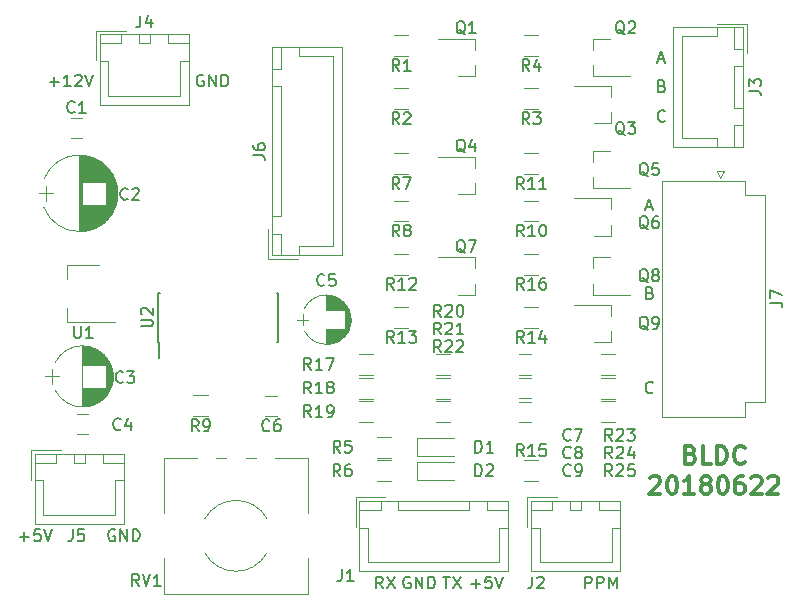
<source format=gto>
G04 #@! TF.FileFunction,Legend,Top*
%FSLAX46Y46*%
G04 Gerber Fmt 4.6, Leading zero omitted, Abs format (unit mm)*
G04 Created by KiCad (PCBNEW 4.0.7) date 06/22/18 18:45:24*
%MOMM*%
%LPD*%
G01*
G04 APERTURE LIST*
%ADD10C,0.100000*%
%ADD11C,0.150000*%
%ADD12C,0.300000*%
%ADD13C,0.120000*%
G04 APERTURE END LIST*
D10*
D11*
X214286Y5428571D02*
X976191Y5428571D01*
X595239Y5047619D02*
X595239Y5809524D01*
X1928572Y6047619D02*
X1452381Y6047619D01*
X1404762Y5571429D01*
X1452381Y5619048D01*
X1547619Y5666667D01*
X1785715Y5666667D01*
X1880953Y5619048D01*
X1928572Y5571429D01*
X1976191Y5476190D01*
X1976191Y5238095D01*
X1928572Y5142857D01*
X1880953Y5095238D01*
X1785715Y5047619D01*
X1547619Y5047619D01*
X1452381Y5095238D01*
X1404762Y5142857D01*
X2261905Y6047619D02*
X2595238Y5047619D01*
X2928572Y6047619D01*
X8238096Y6000000D02*
X8142858Y6047619D01*
X8000001Y6047619D01*
X7857143Y6000000D01*
X7761905Y5904762D01*
X7714286Y5809524D01*
X7666667Y5619048D01*
X7666667Y5476190D01*
X7714286Y5285714D01*
X7761905Y5190476D01*
X7857143Y5095238D01*
X8000001Y5047619D01*
X8095239Y5047619D01*
X8238096Y5095238D01*
X8285715Y5142857D01*
X8285715Y5476190D01*
X8095239Y5476190D01*
X8714286Y5047619D02*
X8714286Y6047619D01*
X9285715Y5047619D01*
X9285715Y6047619D01*
X9761905Y5047619D02*
X9761905Y6047619D01*
X10000000Y6047619D01*
X10142858Y6000000D01*
X10238096Y5904762D01*
X10285715Y5809524D01*
X10333334Y5619048D01*
X10333334Y5476190D01*
X10285715Y5285714D01*
X10238096Y5190476D01*
X10142858Y5095238D01*
X10000000Y5047619D01*
X9761905Y5047619D01*
X2738095Y43928571D02*
X3500000Y43928571D01*
X3119048Y43547619D02*
X3119048Y44309524D01*
X4500000Y43547619D02*
X3928571Y43547619D01*
X4214285Y43547619D02*
X4214285Y44547619D01*
X4119047Y44404762D01*
X4023809Y44309524D01*
X3928571Y44261905D01*
X4880952Y44452381D02*
X4928571Y44500000D01*
X5023809Y44547619D01*
X5261905Y44547619D01*
X5357143Y44500000D01*
X5404762Y44452381D01*
X5452381Y44357143D01*
X5452381Y44261905D01*
X5404762Y44119048D01*
X4833333Y43547619D01*
X5452381Y43547619D01*
X5738095Y44547619D02*
X6071428Y43547619D01*
X6404762Y44547619D01*
X15738096Y44500000D02*
X15642858Y44547619D01*
X15500001Y44547619D01*
X15357143Y44500000D01*
X15261905Y44404762D01*
X15214286Y44309524D01*
X15166667Y44119048D01*
X15166667Y43976190D01*
X15214286Y43785714D01*
X15261905Y43690476D01*
X15357143Y43595238D01*
X15500001Y43547619D01*
X15595239Y43547619D01*
X15738096Y43595238D01*
X15785715Y43642857D01*
X15785715Y43976190D01*
X15595239Y43976190D01*
X16214286Y43547619D02*
X16214286Y44547619D01*
X16785715Y43547619D01*
X16785715Y44547619D01*
X17261905Y43547619D02*
X17261905Y44547619D01*
X17500000Y44547619D01*
X17642858Y44500000D01*
X17738096Y44404762D01*
X17785715Y44309524D01*
X17833334Y44119048D01*
X17833334Y43976190D01*
X17785715Y43785714D01*
X17738096Y43690476D01*
X17642858Y43595238D01*
X17500000Y43547619D01*
X17261905Y43547619D01*
X53809524Y17642857D02*
X53761905Y17595238D01*
X53619048Y17547619D01*
X53523810Y17547619D01*
X53380952Y17595238D01*
X53285714Y17690476D01*
X53238095Y17785714D01*
X53190476Y17976190D01*
X53190476Y18119048D01*
X53238095Y18309524D01*
X53285714Y18404762D01*
X53380952Y18500000D01*
X53523810Y18547619D01*
X53619048Y18547619D01*
X53761905Y18500000D01*
X53809524Y18452381D01*
X53571429Y26071429D02*
X53714286Y26023810D01*
X53761905Y25976190D01*
X53809524Y25880952D01*
X53809524Y25738095D01*
X53761905Y25642857D01*
X53714286Y25595238D01*
X53619048Y25547619D01*
X53238095Y25547619D01*
X53238095Y26547619D01*
X53571429Y26547619D01*
X53666667Y26500000D01*
X53714286Y26452381D01*
X53761905Y26357143D01*
X53761905Y26261905D01*
X53714286Y26166667D01*
X53666667Y26119048D01*
X53571429Y26071429D01*
X53238095Y26071429D01*
X53261905Y33333333D02*
X53738096Y33333333D01*
X53166667Y33047619D02*
X53500000Y34047619D01*
X53833334Y33047619D01*
X54809524Y40642857D02*
X54761905Y40595238D01*
X54619048Y40547619D01*
X54523810Y40547619D01*
X54380952Y40595238D01*
X54285714Y40690476D01*
X54238095Y40785714D01*
X54190476Y40976190D01*
X54190476Y41119048D01*
X54238095Y41309524D01*
X54285714Y41404762D01*
X54380952Y41500000D01*
X54523810Y41547619D01*
X54619048Y41547619D01*
X54761905Y41500000D01*
X54809524Y41452381D01*
X54571429Y43571429D02*
X54714286Y43523810D01*
X54761905Y43476190D01*
X54809524Y43380952D01*
X54809524Y43238095D01*
X54761905Y43142857D01*
X54714286Y43095238D01*
X54619048Y43047619D01*
X54238095Y43047619D01*
X54238095Y44047619D01*
X54571429Y44047619D01*
X54666667Y44000000D01*
X54714286Y43952381D01*
X54761905Y43857143D01*
X54761905Y43761905D01*
X54714286Y43666667D01*
X54666667Y43619048D01*
X54571429Y43571429D01*
X54238095Y43571429D01*
X54261905Y45833333D02*
X54738096Y45833333D01*
X54166667Y45547619D02*
X54500000Y46547619D01*
X54833334Y45547619D01*
X48066667Y1047619D02*
X48066667Y2047619D01*
X48447620Y2047619D01*
X48542858Y2000000D01*
X48590477Y1952381D01*
X48638096Y1857143D01*
X48638096Y1714286D01*
X48590477Y1619048D01*
X48542858Y1571429D01*
X48447620Y1523810D01*
X48066667Y1523810D01*
X49066667Y1047619D02*
X49066667Y2047619D01*
X49447620Y2047619D01*
X49542858Y2000000D01*
X49590477Y1952381D01*
X49638096Y1857143D01*
X49638096Y1714286D01*
X49590477Y1619048D01*
X49542858Y1571429D01*
X49447620Y1523810D01*
X49066667Y1523810D01*
X50066667Y1047619D02*
X50066667Y2047619D01*
X50400001Y1333333D01*
X50733334Y2047619D01*
X50733334Y1047619D01*
X38414286Y1428571D02*
X39176191Y1428571D01*
X38795239Y1047619D02*
X38795239Y1809524D01*
X40128572Y2047619D02*
X39652381Y2047619D01*
X39604762Y1571429D01*
X39652381Y1619048D01*
X39747619Y1666667D01*
X39985715Y1666667D01*
X40080953Y1619048D01*
X40128572Y1571429D01*
X40176191Y1476190D01*
X40176191Y1238095D01*
X40128572Y1142857D01*
X40080953Y1095238D01*
X39985715Y1047619D01*
X39747619Y1047619D01*
X39652381Y1095238D01*
X39604762Y1142857D01*
X40461905Y2047619D02*
X40795238Y1047619D01*
X41128572Y2047619D01*
X36038095Y2047619D02*
X36609524Y2047619D01*
X36323809Y1047619D02*
X36323809Y2047619D01*
X36847619Y2047619D02*
X37514286Y1047619D01*
X37514286Y2047619D02*
X36847619Y1047619D01*
X33238096Y2000000D02*
X33142858Y2047619D01*
X33000001Y2047619D01*
X32857143Y2000000D01*
X32761905Y1904762D01*
X32714286Y1809524D01*
X32666667Y1619048D01*
X32666667Y1476190D01*
X32714286Y1285714D01*
X32761905Y1190476D01*
X32857143Y1095238D01*
X33000001Y1047619D01*
X33095239Y1047619D01*
X33238096Y1095238D01*
X33285715Y1142857D01*
X33285715Y1476190D01*
X33095239Y1476190D01*
X33714286Y1047619D02*
X33714286Y2047619D01*
X34285715Y1047619D01*
X34285715Y2047619D01*
X34761905Y1047619D02*
X34761905Y2047619D01*
X35000000Y2047619D01*
X35142858Y2000000D01*
X35238096Y1904762D01*
X35285715Y1809524D01*
X35333334Y1619048D01*
X35333334Y1476190D01*
X35285715Y1285714D01*
X35238096Y1190476D01*
X35142858Y1095238D01*
X35000000Y1047619D01*
X34761905Y1047619D01*
X30933334Y1047619D02*
X30600000Y1523810D01*
X30361905Y1047619D02*
X30361905Y2047619D01*
X30742858Y2047619D01*
X30838096Y2000000D01*
X30885715Y1952381D01*
X30933334Y1857143D01*
X30933334Y1714286D01*
X30885715Y1619048D01*
X30838096Y1571429D01*
X30742858Y1523810D01*
X30361905Y1523810D01*
X31266667Y2047619D02*
X31933334Y1047619D01*
X31933334Y2047619D02*
X31266667Y1047619D01*
D12*
X57000000Y12382143D02*
X57214286Y12310714D01*
X57285714Y12239286D01*
X57357143Y12096429D01*
X57357143Y11882143D01*
X57285714Y11739286D01*
X57214286Y11667857D01*
X57071428Y11596429D01*
X56500000Y11596429D01*
X56500000Y13096429D01*
X57000000Y13096429D01*
X57142857Y13025000D01*
X57214286Y12953571D01*
X57285714Y12810714D01*
X57285714Y12667857D01*
X57214286Y12525000D01*
X57142857Y12453571D01*
X57000000Y12382143D01*
X56500000Y12382143D01*
X58714286Y11596429D02*
X58000000Y11596429D01*
X58000000Y13096429D01*
X59214286Y11596429D02*
X59214286Y13096429D01*
X59571429Y13096429D01*
X59785714Y13025000D01*
X59928572Y12882143D01*
X60000000Y12739286D01*
X60071429Y12453571D01*
X60071429Y12239286D01*
X60000000Y11953571D01*
X59928572Y11810714D01*
X59785714Y11667857D01*
X59571429Y11596429D01*
X59214286Y11596429D01*
X61571429Y11739286D02*
X61500000Y11667857D01*
X61285714Y11596429D01*
X61142857Y11596429D01*
X60928572Y11667857D01*
X60785714Y11810714D01*
X60714286Y11953571D01*
X60642857Y12239286D01*
X60642857Y12453571D01*
X60714286Y12739286D01*
X60785714Y12882143D01*
X60928572Y13025000D01*
X61142857Y13096429D01*
X61285714Y13096429D01*
X61500000Y13025000D01*
X61571429Y12953571D01*
X53571430Y10403571D02*
X53642859Y10475000D01*
X53785716Y10546429D01*
X54142859Y10546429D01*
X54285716Y10475000D01*
X54357145Y10403571D01*
X54428573Y10260714D01*
X54428573Y10117857D01*
X54357145Y9903571D01*
X53500002Y9046429D01*
X54428573Y9046429D01*
X55357144Y10546429D02*
X55500001Y10546429D01*
X55642858Y10475000D01*
X55714287Y10403571D01*
X55785716Y10260714D01*
X55857144Y9975000D01*
X55857144Y9617857D01*
X55785716Y9332143D01*
X55714287Y9189286D01*
X55642858Y9117857D01*
X55500001Y9046429D01*
X55357144Y9046429D01*
X55214287Y9117857D01*
X55142858Y9189286D01*
X55071430Y9332143D01*
X55000001Y9617857D01*
X55000001Y9975000D01*
X55071430Y10260714D01*
X55142858Y10403571D01*
X55214287Y10475000D01*
X55357144Y10546429D01*
X57285715Y9046429D02*
X56428572Y9046429D01*
X56857144Y9046429D02*
X56857144Y10546429D01*
X56714287Y10332143D01*
X56571429Y10189286D01*
X56428572Y10117857D01*
X58142858Y9903571D02*
X58000000Y9975000D01*
X57928572Y10046429D01*
X57857143Y10189286D01*
X57857143Y10260714D01*
X57928572Y10403571D01*
X58000000Y10475000D01*
X58142858Y10546429D01*
X58428572Y10546429D01*
X58571429Y10475000D01*
X58642858Y10403571D01*
X58714286Y10260714D01*
X58714286Y10189286D01*
X58642858Y10046429D01*
X58571429Y9975000D01*
X58428572Y9903571D01*
X58142858Y9903571D01*
X58000000Y9832143D01*
X57928572Y9760714D01*
X57857143Y9617857D01*
X57857143Y9332143D01*
X57928572Y9189286D01*
X58000000Y9117857D01*
X58142858Y9046429D01*
X58428572Y9046429D01*
X58571429Y9117857D01*
X58642858Y9189286D01*
X58714286Y9332143D01*
X58714286Y9617857D01*
X58642858Y9760714D01*
X58571429Y9832143D01*
X58428572Y9903571D01*
X59642857Y10546429D02*
X59785714Y10546429D01*
X59928571Y10475000D01*
X60000000Y10403571D01*
X60071429Y10260714D01*
X60142857Y9975000D01*
X60142857Y9617857D01*
X60071429Y9332143D01*
X60000000Y9189286D01*
X59928571Y9117857D01*
X59785714Y9046429D01*
X59642857Y9046429D01*
X59500000Y9117857D01*
X59428571Y9189286D01*
X59357143Y9332143D01*
X59285714Y9617857D01*
X59285714Y9975000D01*
X59357143Y10260714D01*
X59428571Y10403571D01*
X59500000Y10475000D01*
X59642857Y10546429D01*
X61428571Y10546429D02*
X61142857Y10546429D01*
X61000000Y10475000D01*
X60928571Y10403571D01*
X60785714Y10189286D01*
X60714285Y9903571D01*
X60714285Y9332143D01*
X60785714Y9189286D01*
X60857142Y9117857D01*
X61000000Y9046429D01*
X61285714Y9046429D01*
X61428571Y9117857D01*
X61500000Y9189286D01*
X61571428Y9332143D01*
X61571428Y9689286D01*
X61500000Y9832143D01*
X61428571Y9903571D01*
X61285714Y9975000D01*
X61000000Y9975000D01*
X60857142Y9903571D01*
X60785714Y9832143D01*
X60714285Y9689286D01*
X62142856Y10403571D02*
X62214285Y10475000D01*
X62357142Y10546429D01*
X62714285Y10546429D01*
X62857142Y10475000D01*
X62928571Y10403571D01*
X62999999Y10260714D01*
X62999999Y10117857D01*
X62928571Y9903571D01*
X62071428Y9046429D01*
X62999999Y9046429D01*
X63571427Y10403571D02*
X63642856Y10475000D01*
X63785713Y10546429D01*
X64142856Y10546429D01*
X64285713Y10475000D01*
X64357142Y10403571D01*
X64428570Y10260714D01*
X64428570Y10117857D01*
X64357142Y9903571D01*
X63499999Y9046429D01*
X64428570Y9046429D01*
D13*
X6950000Y47950000D02*
X6950000Y42000000D01*
X6950000Y42000000D02*
X14550000Y42000000D01*
X14550000Y42000000D02*
X14550000Y47950000D01*
X14550000Y47950000D02*
X6950000Y47950000D01*
X10250000Y47950000D02*
X10250000Y47200000D01*
X10250000Y47200000D02*
X11250000Y47200000D01*
X11250000Y47200000D02*
X11250000Y47950000D01*
X11250000Y47950000D02*
X10250000Y47950000D01*
X6950000Y47950000D02*
X6950000Y47200000D01*
X6950000Y47200000D02*
X8750000Y47200000D01*
X8750000Y47200000D02*
X8750000Y47950000D01*
X8750000Y47950000D02*
X6950000Y47950000D01*
X12750000Y47950000D02*
X12750000Y47200000D01*
X12750000Y47200000D02*
X14550000Y47200000D01*
X14550000Y47200000D02*
X14550000Y47950000D01*
X14550000Y47950000D02*
X12750000Y47950000D01*
X6950000Y45700000D02*
X7700000Y45700000D01*
X7700000Y45700000D02*
X7700000Y42750000D01*
X7700000Y42750000D02*
X10750000Y42750000D01*
X14550000Y45700000D02*
X13800000Y45700000D01*
X13800000Y45700000D02*
X13800000Y42750000D01*
X13800000Y42750000D02*
X10750000Y42750000D01*
X9150000Y48250000D02*
X6650000Y48250000D01*
X6650000Y48250000D02*
X6650000Y45750000D01*
X5500000Y40850000D02*
X4500000Y40850000D01*
X4500000Y39150000D02*
X5500000Y39150000D01*
X8267820Y35679136D02*
G75*
G03X2232518Y35680000I-3017820J-1179136D01*
G01*
X8267820Y33320864D02*
G75*
G02X2232518Y33320000I-3017820J1179136D01*
G01*
X8267820Y33320864D02*
G75*
G03X8267482Y35680000I-3017820J1179136D01*
G01*
X5250000Y37700000D02*
X5250000Y31300000D01*
X5290000Y37700000D02*
X5290000Y31300000D01*
X5330000Y37700000D02*
X5330000Y31300000D01*
X5370000Y37698000D02*
X5370000Y31302000D01*
X5410000Y37697000D02*
X5410000Y31303000D01*
X5450000Y37694000D02*
X5450000Y31306000D01*
X5490000Y37692000D02*
X5490000Y31308000D01*
X5530000Y37688000D02*
X5530000Y35480000D01*
X5530000Y33520000D02*
X5530000Y31312000D01*
X5570000Y37685000D02*
X5570000Y35480000D01*
X5570000Y33520000D02*
X5570000Y31315000D01*
X5610000Y37680000D02*
X5610000Y35480000D01*
X5610000Y33520000D02*
X5610000Y31320000D01*
X5650000Y37676000D02*
X5650000Y35480000D01*
X5650000Y33520000D02*
X5650000Y31324000D01*
X5690000Y37670000D02*
X5690000Y35480000D01*
X5690000Y33520000D02*
X5690000Y31330000D01*
X5730000Y37665000D02*
X5730000Y35480000D01*
X5730000Y33520000D02*
X5730000Y31335000D01*
X5770000Y37658000D02*
X5770000Y35480000D01*
X5770000Y33520000D02*
X5770000Y31342000D01*
X5810000Y37652000D02*
X5810000Y35480000D01*
X5810000Y33520000D02*
X5810000Y31348000D01*
X5850000Y37644000D02*
X5850000Y35480000D01*
X5850000Y33520000D02*
X5850000Y31356000D01*
X5890000Y37637000D02*
X5890000Y35480000D01*
X5890000Y33520000D02*
X5890000Y31363000D01*
X5930000Y37628000D02*
X5930000Y35480000D01*
X5930000Y33520000D02*
X5930000Y31372000D01*
X5971000Y37619000D02*
X5971000Y35480000D01*
X5971000Y33520000D02*
X5971000Y31381000D01*
X6011000Y37610000D02*
X6011000Y35480000D01*
X6011000Y33520000D02*
X6011000Y31390000D01*
X6051000Y37600000D02*
X6051000Y35480000D01*
X6051000Y33520000D02*
X6051000Y31400000D01*
X6091000Y37590000D02*
X6091000Y35480000D01*
X6091000Y33520000D02*
X6091000Y31410000D01*
X6131000Y37579000D02*
X6131000Y35480000D01*
X6131000Y33520000D02*
X6131000Y31421000D01*
X6171000Y37567000D02*
X6171000Y35480000D01*
X6171000Y33520000D02*
X6171000Y31433000D01*
X6211000Y37555000D02*
X6211000Y35480000D01*
X6211000Y33520000D02*
X6211000Y31445000D01*
X6251000Y37542000D02*
X6251000Y35480000D01*
X6251000Y33520000D02*
X6251000Y31458000D01*
X6291000Y37529000D02*
X6291000Y35480000D01*
X6291000Y33520000D02*
X6291000Y31471000D01*
X6331000Y37515000D02*
X6331000Y35480000D01*
X6331000Y33520000D02*
X6331000Y31485000D01*
X6371000Y37501000D02*
X6371000Y35480000D01*
X6371000Y33520000D02*
X6371000Y31499000D01*
X6411000Y37486000D02*
X6411000Y35480000D01*
X6411000Y33520000D02*
X6411000Y31514000D01*
X6451000Y37470000D02*
X6451000Y35480000D01*
X6451000Y33520000D02*
X6451000Y31530000D01*
X6491000Y37454000D02*
X6491000Y35480000D01*
X6491000Y33520000D02*
X6491000Y31546000D01*
X6531000Y37437000D02*
X6531000Y35480000D01*
X6531000Y33520000D02*
X6531000Y31563000D01*
X6571000Y37419000D02*
X6571000Y35480000D01*
X6571000Y33520000D02*
X6571000Y31581000D01*
X6611000Y37401000D02*
X6611000Y35480000D01*
X6611000Y33520000D02*
X6611000Y31599000D01*
X6651000Y37382000D02*
X6651000Y35480000D01*
X6651000Y33520000D02*
X6651000Y31618000D01*
X6691000Y37363000D02*
X6691000Y35480000D01*
X6691000Y33520000D02*
X6691000Y31637000D01*
X6731000Y37343000D02*
X6731000Y35480000D01*
X6731000Y33520000D02*
X6731000Y31657000D01*
X6771000Y37322000D02*
X6771000Y35480000D01*
X6771000Y33520000D02*
X6771000Y31678000D01*
X6811000Y37300000D02*
X6811000Y35480000D01*
X6811000Y33520000D02*
X6811000Y31700000D01*
X6851000Y37278000D02*
X6851000Y35480000D01*
X6851000Y33520000D02*
X6851000Y31722000D01*
X6891000Y37255000D02*
X6891000Y35480000D01*
X6891000Y33520000D02*
X6891000Y31745000D01*
X6931000Y37231000D02*
X6931000Y35480000D01*
X6931000Y33520000D02*
X6931000Y31769000D01*
X6971000Y37206000D02*
X6971000Y35480000D01*
X6971000Y33520000D02*
X6971000Y31794000D01*
X7011000Y37181000D02*
X7011000Y35480000D01*
X7011000Y33520000D02*
X7011000Y31819000D01*
X7051000Y37154000D02*
X7051000Y35480000D01*
X7051000Y33520000D02*
X7051000Y31846000D01*
X7091000Y37127000D02*
X7091000Y35480000D01*
X7091000Y33520000D02*
X7091000Y31873000D01*
X7131000Y37099000D02*
X7131000Y35480000D01*
X7131000Y33520000D02*
X7131000Y31901000D01*
X7171000Y37070000D02*
X7171000Y35480000D01*
X7171000Y33520000D02*
X7171000Y31930000D01*
X7211000Y37040000D02*
X7211000Y35480000D01*
X7211000Y33520000D02*
X7211000Y31960000D01*
X7251000Y37010000D02*
X7251000Y35480000D01*
X7251000Y33520000D02*
X7251000Y31990000D01*
X7291000Y36978000D02*
X7291000Y35480000D01*
X7291000Y33520000D02*
X7291000Y32022000D01*
X7331000Y36945000D02*
X7331000Y35480000D01*
X7331000Y33520000D02*
X7331000Y32055000D01*
X7371000Y36911000D02*
X7371000Y35480000D01*
X7371000Y33520000D02*
X7371000Y32089000D01*
X7411000Y36875000D02*
X7411000Y35480000D01*
X7411000Y33520000D02*
X7411000Y32125000D01*
X7451000Y36839000D02*
X7451000Y35480000D01*
X7451000Y33520000D02*
X7451000Y32161000D01*
X7491000Y36801000D02*
X7491000Y32199000D01*
X7531000Y36762000D02*
X7531000Y32238000D01*
X7571000Y36722000D02*
X7571000Y32278000D01*
X7611000Y36680000D02*
X7611000Y32320000D01*
X7651000Y36637000D02*
X7651000Y32363000D01*
X7691000Y36592000D02*
X7691000Y32408000D01*
X7731000Y36545000D02*
X7731000Y32455000D01*
X7771000Y36497000D02*
X7771000Y32503000D01*
X7811000Y36446000D02*
X7811000Y32554000D01*
X7851000Y36394000D02*
X7851000Y32606000D01*
X7891000Y36339000D02*
X7891000Y32661000D01*
X7931000Y36281000D02*
X7931000Y32719000D01*
X7971000Y36221000D02*
X7971000Y32779000D01*
X8011000Y36158000D02*
X8011000Y32842000D01*
X8051000Y36091000D02*
X8051000Y32909000D01*
X8091000Y36020000D02*
X8091000Y32980000D01*
X8131000Y35945000D02*
X8131000Y33055000D01*
X8171000Y35864000D02*
X8171000Y33136000D01*
X8211000Y35778000D02*
X8211000Y33222000D01*
X8251000Y35684000D02*
X8251000Y33316000D01*
X8291000Y35581000D02*
X8291000Y33419000D01*
X8331000Y35466000D02*
X8331000Y33534000D01*
X8371000Y35334000D02*
X8371000Y33666000D01*
X8411000Y35176000D02*
X8411000Y33824000D01*
X8451000Y34968000D02*
X8451000Y34032000D01*
X1800000Y34500000D02*
X3000000Y34500000D01*
X2400000Y35150000D02*
X2400000Y33850000D01*
X7805722Y20179723D02*
G75*
G03X3194420Y20180000I-2305722J-1179723D01*
G01*
X7805722Y17820277D02*
G75*
G02X3194420Y17820000I-2305722J1179723D01*
G01*
X7805722Y17820277D02*
G75*
G03X7805580Y20180000I-2305722J1179723D01*
G01*
X5500000Y21550000D02*
X5500000Y16450000D01*
X5540000Y21550000D02*
X5540000Y19980000D01*
X5540000Y18020000D02*
X5540000Y16450000D01*
X5580000Y21549000D02*
X5580000Y19980000D01*
X5580000Y18020000D02*
X5580000Y16451000D01*
X5620000Y21548000D02*
X5620000Y19980000D01*
X5620000Y18020000D02*
X5620000Y16452000D01*
X5660000Y21546000D02*
X5660000Y19980000D01*
X5660000Y18020000D02*
X5660000Y16454000D01*
X5700000Y21543000D02*
X5700000Y19980000D01*
X5700000Y18020000D02*
X5700000Y16457000D01*
X5740000Y21539000D02*
X5740000Y19980000D01*
X5740000Y18020000D02*
X5740000Y16461000D01*
X5780000Y21535000D02*
X5780000Y19980000D01*
X5780000Y18020000D02*
X5780000Y16465000D01*
X5820000Y21531000D02*
X5820000Y19980000D01*
X5820000Y18020000D02*
X5820000Y16469000D01*
X5860000Y21525000D02*
X5860000Y19980000D01*
X5860000Y18020000D02*
X5860000Y16475000D01*
X5900000Y21519000D02*
X5900000Y19980000D01*
X5900000Y18020000D02*
X5900000Y16481000D01*
X5940000Y21513000D02*
X5940000Y19980000D01*
X5940000Y18020000D02*
X5940000Y16487000D01*
X5980000Y21506000D02*
X5980000Y19980000D01*
X5980000Y18020000D02*
X5980000Y16494000D01*
X6020000Y21498000D02*
X6020000Y19980000D01*
X6020000Y18020000D02*
X6020000Y16502000D01*
X6060000Y21489000D02*
X6060000Y19980000D01*
X6060000Y18020000D02*
X6060000Y16511000D01*
X6100000Y21480000D02*
X6100000Y19980000D01*
X6100000Y18020000D02*
X6100000Y16520000D01*
X6140000Y21470000D02*
X6140000Y19980000D01*
X6140000Y18020000D02*
X6140000Y16530000D01*
X6180000Y21460000D02*
X6180000Y19980000D01*
X6180000Y18020000D02*
X6180000Y16540000D01*
X6221000Y21448000D02*
X6221000Y19980000D01*
X6221000Y18020000D02*
X6221000Y16552000D01*
X6261000Y21436000D02*
X6261000Y19980000D01*
X6261000Y18020000D02*
X6261000Y16564000D01*
X6301000Y21424000D02*
X6301000Y19980000D01*
X6301000Y18020000D02*
X6301000Y16576000D01*
X6341000Y21410000D02*
X6341000Y19980000D01*
X6341000Y18020000D02*
X6341000Y16590000D01*
X6381000Y21396000D02*
X6381000Y19980000D01*
X6381000Y18020000D02*
X6381000Y16604000D01*
X6421000Y21382000D02*
X6421000Y19980000D01*
X6421000Y18020000D02*
X6421000Y16618000D01*
X6461000Y21366000D02*
X6461000Y19980000D01*
X6461000Y18020000D02*
X6461000Y16634000D01*
X6501000Y21350000D02*
X6501000Y19980000D01*
X6501000Y18020000D02*
X6501000Y16650000D01*
X6541000Y21333000D02*
X6541000Y19980000D01*
X6541000Y18020000D02*
X6541000Y16667000D01*
X6581000Y21315000D02*
X6581000Y19980000D01*
X6581000Y18020000D02*
X6581000Y16685000D01*
X6621000Y21296000D02*
X6621000Y19980000D01*
X6621000Y18020000D02*
X6621000Y16704000D01*
X6661000Y21276000D02*
X6661000Y19980000D01*
X6661000Y18020000D02*
X6661000Y16724000D01*
X6701000Y21256000D02*
X6701000Y19980000D01*
X6701000Y18020000D02*
X6701000Y16744000D01*
X6741000Y21234000D02*
X6741000Y19980000D01*
X6741000Y18020000D02*
X6741000Y16766000D01*
X6781000Y21212000D02*
X6781000Y19980000D01*
X6781000Y18020000D02*
X6781000Y16788000D01*
X6821000Y21189000D02*
X6821000Y19980000D01*
X6821000Y18020000D02*
X6821000Y16811000D01*
X6861000Y21165000D02*
X6861000Y19980000D01*
X6861000Y18020000D02*
X6861000Y16835000D01*
X6901000Y21140000D02*
X6901000Y19980000D01*
X6901000Y18020000D02*
X6901000Y16860000D01*
X6941000Y21113000D02*
X6941000Y19980000D01*
X6941000Y18020000D02*
X6941000Y16887000D01*
X6981000Y21086000D02*
X6981000Y19980000D01*
X6981000Y18020000D02*
X6981000Y16914000D01*
X7021000Y21058000D02*
X7021000Y19980000D01*
X7021000Y18020000D02*
X7021000Y16942000D01*
X7061000Y21028000D02*
X7061000Y19980000D01*
X7061000Y18020000D02*
X7061000Y16972000D01*
X7101000Y20997000D02*
X7101000Y19980000D01*
X7101000Y18020000D02*
X7101000Y17003000D01*
X7141000Y20965000D02*
X7141000Y19980000D01*
X7141000Y18020000D02*
X7141000Y17035000D01*
X7181000Y20932000D02*
X7181000Y19980000D01*
X7181000Y18020000D02*
X7181000Y17068000D01*
X7221000Y20897000D02*
X7221000Y19980000D01*
X7221000Y18020000D02*
X7221000Y17103000D01*
X7261000Y20861000D02*
X7261000Y19980000D01*
X7261000Y18020000D02*
X7261000Y17139000D01*
X7301000Y20823000D02*
X7301000Y19980000D01*
X7301000Y18020000D02*
X7301000Y17177000D01*
X7341000Y20783000D02*
X7341000Y19980000D01*
X7341000Y18020000D02*
X7341000Y17217000D01*
X7381000Y20742000D02*
X7381000Y19980000D01*
X7381000Y18020000D02*
X7381000Y17258000D01*
X7421000Y20699000D02*
X7421000Y19980000D01*
X7421000Y18020000D02*
X7421000Y17301000D01*
X7461000Y20654000D02*
X7461000Y19980000D01*
X7461000Y18020000D02*
X7461000Y17346000D01*
X7501000Y20606000D02*
X7501000Y17394000D01*
X7541000Y20556000D02*
X7541000Y17444000D01*
X7581000Y20504000D02*
X7581000Y17496000D01*
X7621000Y20448000D02*
X7621000Y17552000D01*
X7661000Y20390000D02*
X7661000Y17610000D01*
X7701000Y20327000D02*
X7701000Y17673000D01*
X7741000Y20261000D02*
X7741000Y17739000D01*
X7781000Y20189000D02*
X7781000Y17811000D01*
X7821000Y20112000D02*
X7821000Y17888000D01*
X7861000Y20028000D02*
X7861000Y17972000D01*
X7901000Y19934000D02*
X7901000Y18066000D01*
X7941000Y19829000D02*
X7941000Y18171000D01*
X7981000Y19707000D02*
X7981000Y18293000D01*
X8021000Y19559000D02*
X8021000Y18441000D01*
X8061000Y19354000D02*
X8061000Y18646000D01*
X2300000Y19000000D02*
X3500000Y19000000D01*
X2900000Y19650000D02*
X2900000Y18350000D01*
X6000000Y15850000D02*
X5000000Y15850000D01*
X5000000Y14150000D02*
X6000000Y14150000D01*
X27996436Y24779170D02*
G75*
G03X24304004Y24780000I-1846436J-979170D01*
G01*
X27996436Y22820830D02*
G75*
G02X24304004Y22820000I-1846436J979170D01*
G01*
X27996436Y22820830D02*
G75*
G03X27995996Y24780000I-1846436J979170D01*
G01*
X26150000Y23020000D02*
X26150000Y21750000D01*
X26150000Y25850000D02*
X26150000Y24580000D01*
X26190000Y25850000D02*
X26190000Y24580000D01*
X26190000Y23020000D02*
X26190000Y21750000D01*
X26230000Y25849000D02*
X26230000Y24580000D01*
X26230000Y23020000D02*
X26230000Y21751000D01*
X26270000Y25847000D02*
X26270000Y24580000D01*
X26270000Y23020000D02*
X26270000Y21753000D01*
X26310000Y25844000D02*
X26310000Y24580000D01*
X26310000Y23020000D02*
X26310000Y21756000D01*
X26350000Y25841000D02*
X26350000Y24580000D01*
X26350000Y23020000D02*
X26350000Y21759000D01*
X26390000Y25837000D02*
X26390000Y24580000D01*
X26390000Y23020000D02*
X26390000Y21763000D01*
X26430000Y25832000D02*
X26430000Y24580000D01*
X26430000Y23020000D02*
X26430000Y21768000D01*
X26470000Y25826000D02*
X26470000Y24580000D01*
X26470000Y23020000D02*
X26470000Y21774000D01*
X26510000Y25819000D02*
X26510000Y24580000D01*
X26510000Y23020000D02*
X26510000Y21781000D01*
X26550000Y25812000D02*
X26550000Y24580000D01*
X26550000Y23020000D02*
X26550000Y21788000D01*
X26590000Y25804000D02*
X26590000Y24580000D01*
X26590000Y23020000D02*
X26590000Y21796000D01*
X26630000Y25795000D02*
X26630000Y24580000D01*
X26630000Y23020000D02*
X26630000Y21805000D01*
X26670000Y25785000D02*
X26670000Y24580000D01*
X26670000Y23020000D02*
X26670000Y21815000D01*
X26710000Y25774000D02*
X26710000Y24580000D01*
X26710000Y23020000D02*
X26710000Y21826000D01*
X26750000Y25763000D02*
X26750000Y24580000D01*
X26750000Y23020000D02*
X26750000Y21837000D01*
X26790000Y25750000D02*
X26790000Y24580000D01*
X26790000Y23020000D02*
X26790000Y21850000D01*
X26830000Y25737000D02*
X26830000Y24580000D01*
X26830000Y23020000D02*
X26830000Y21863000D01*
X26871000Y25723000D02*
X26871000Y24580000D01*
X26871000Y23020000D02*
X26871000Y21877000D01*
X26911000Y25707000D02*
X26911000Y24580000D01*
X26911000Y23020000D02*
X26911000Y21893000D01*
X26951000Y25691000D02*
X26951000Y24580000D01*
X26951000Y23020000D02*
X26951000Y21909000D01*
X26991000Y25674000D02*
X26991000Y24580000D01*
X26991000Y23020000D02*
X26991000Y21926000D01*
X27031000Y25656000D02*
X27031000Y24580000D01*
X27031000Y23020000D02*
X27031000Y21944000D01*
X27071000Y25637000D02*
X27071000Y24580000D01*
X27071000Y23020000D02*
X27071000Y21963000D01*
X27111000Y25617000D02*
X27111000Y24580000D01*
X27111000Y23020000D02*
X27111000Y21983000D01*
X27151000Y25596000D02*
X27151000Y24580000D01*
X27151000Y23020000D02*
X27151000Y22004000D01*
X27191000Y25573000D02*
X27191000Y24580000D01*
X27191000Y23020000D02*
X27191000Y22027000D01*
X27231000Y25550000D02*
X27231000Y24580000D01*
X27231000Y23020000D02*
X27231000Y22050000D01*
X27271000Y25525000D02*
X27271000Y24580000D01*
X27271000Y23020000D02*
X27271000Y22075000D01*
X27311000Y25499000D02*
X27311000Y24580000D01*
X27311000Y23020000D02*
X27311000Y22101000D01*
X27351000Y25472000D02*
X27351000Y24580000D01*
X27351000Y23020000D02*
X27351000Y22128000D01*
X27391000Y25443000D02*
X27391000Y24580000D01*
X27391000Y23020000D02*
X27391000Y22157000D01*
X27431000Y25413000D02*
X27431000Y24580000D01*
X27431000Y23020000D02*
X27431000Y22187000D01*
X27471000Y25381000D02*
X27471000Y24580000D01*
X27471000Y23020000D02*
X27471000Y22219000D01*
X27511000Y25347000D02*
X27511000Y24580000D01*
X27511000Y23020000D02*
X27511000Y22253000D01*
X27551000Y25312000D02*
X27551000Y24580000D01*
X27551000Y23020000D02*
X27551000Y22288000D01*
X27591000Y25275000D02*
X27591000Y24580000D01*
X27591000Y23020000D02*
X27591000Y22325000D01*
X27631000Y25236000D02*
X27631000Y24580000D01*
X27631000Y23020000D02*
X27631000Y22364000D01*
X27671000Y25195000D02*
X27671000Y24580000D01*
X27671000Y23020000D02*
X27671000Y22405000D01*
X27711000Y25151000D02*
X27711000Y22449000D01*
X27751000Y25105000D02*
X27751000Y22495000D01*
X27791000Y25056000D02*
X27791000Y22544000D01*
X27831000Y25004000D02*
X27831000Y22596000D01*
X27871000Y24948000D02*
X27871000Y22652000D01*
X27911000Y24888000D02*
X27911000Y22712000D01*
X27951000Y24823000D02*
X27951000Y22777000D01*
X27991000Y24752000D02*
X27991000Y22848000D01*
X28031000Y24674000D02*
X28031000Y22926000D01*
X28071000Y24586000D02*
X28071000Y23014000D01*
X28111000Y24486000D02*
X28111000Y23114000D01*
X28151000Y24367000D02*
X28151000Y23233000D01*
X28191000Y24215000D02*
X28191000Y23385000D01*
X28231000Y23965000D02*
X28231000Y23635000D01*
X23700000Y23800000D02*
X24600000Y23800000D01*
X24150000Y24250000D02*
X24150000Y23350000D01*
X22000000Y17350000D02*
X21000000Y17350000D01*
X21000000Y15650000D02*
X22000000Y15650000D01*
X43500000Y20850000D02*
X42500000Y20850000D01*
X42500000Y19150000D02*
X43500000Y19150000D01*
X43500000Y18850000D02*
X42500000Y18850000D01*
X42500000Y17150000D02*
X43500000Y17150000D01*
X43500000Y16850000D02*
X42500000Y16850000D01*
X42500000Y15150000D02*
X43500000Y15150000D01*
X37000000Y12250000D02*
X33800000Y12250000D01*
X33800000Y13750000D02*
X37000000Y13750000D01*
X33800000Y13750000D02*
X33800000Y12250000D01*
X37000000Y10250000D02*
X33800000Y10250000D01*
X33800000Y11750000D02*
X37000000Y11750000D01*
X33800000Y11750000D02*
X33800000Y10250000D01*
X28950000Y8450000D02*
X28950000Y2500000D01*
X28950000Y2500000D02*
X41550000Y2500000D01*
X41550000Y2500000D02*
X41550000Y8450000D01*
X41550000Y8450000D02*
X28950000Y8450000D01*
X32250000Y8450000D02*
X32250000Y7700000D01*
X32250000Y7700000D02*
X38250000Y7700000D01*
X38250000Y7700000D02*
X38250000Y8450000D01*
X38250000Y8450000D02*
X32250000Y8450000D01*
X28950000Y8450000D02*
X28950000Y7700000D01*
X28950000Y7700000D02*
X30750000Y7700000D01*
X30750000Y7700000D02*
X30750000Y8450000D01*
X30750000Y8450000D02*
X28950000Y8450000D01*
X39750000Y8450000D02*
X39750000Y7700000D01*
X39750000Y7700000D02*
X41550000Y7700000D01*
X41550000Y7700000D02*
X41550000Y8450000D01*
X41550000Y8450000D02*
X39750000Y8450000D01*
X28950000Y6200000D02*
X29700000Y6200000D01*
X29700000Y6200000D02*
X29700000Y3250000D01*
X29700000Y3250000D02*
X35250000Y3250000D01*
X41550000Y6200000D02*
X40800000Y6200000D01*
X40800000Y6200000D02*
X40800000Y3250000D01*
X40800000Y3250000D02*
X35250000Y3250000D01*
X31150000Y8750000D02*
X28650000Y8750000D01*
X28650000Y8750000D02*
X28650000Y6250000D01*
X43450000Y8450000D02*
X43450000Y2500000D01*
X43450000Y2500000D02*
X51050000Y2500000D01*
X51050000Y2500000D02*
X51050000Y8450000D01*
X51050000Y8450000D02*
X43450000Y8450000D01*
X46750000Y8450000D02*
X46750000Y7700000D01*
X46750000Y7700000D02*
X47750000Y7700000D01*
X47750000Y7700000D02*
X47750000Y8450000D01*
X47750000Y8450000D02*
X46750000Y8450000D01*
X43450000Y8450000D02*
X43450000Y7700000D01*
X43450000Y7700000D02*
X45250000Y7700000D01*
X45250000Y7700000D02*
X45250000Y8450000D01*
X45250000Y8450000D02*
X43450000Y8450000D01*
X49250000Y8450000D02*
X49250000Y7700000D01*
X49250000Y7700000D02*
X51050000Y7700000D01*
X51050000Y7700000D02*
X51050000Y8450000D01*
X51050000Y8450000D02*
X49250000Y8450000D01*
X43450000Y6200000D02*
X44200000Y6200000D01*
X44200000Y6200000D02*
X44200000Y3250000D01*
X44200000Y3250000D02*
X47250000Y3250000D01*
X51050000Y6200000D02*
X50300000Y6200000D01*
X50300000Y6200000D02*
X50300000Y3250000D01*
X50300000Y3250000D02*
X47250000Y3250000D01*
X45650000Y8750000D02*
X43150000Y8750000D01*
X43150000Y8750000D02*
X43150000Y6250000D01*
X61450000Y48550000D02*
X55500000Y48550000D01*
X55500000Y48550000D02*
X55500000Y38450000D01*
X55500000Y38450000D02*
X61450000Y38450000D01*
X61450000Y38450000D02*
X61450000Y48550000D01*
X61450000Y45250000D02*
X60700000Y45250000D01*
X60700000Y45250000D02*
X60700000Y41750000D01*
X60700000Y41750000D02*
X61450000Y41750000D01*
X61450000Y41750000D02*
X61450000Y45250000D01*
X61450000Y48550000D02*
X60700000Y48550000D01*
X60700000Y48550000D02*
X60700000Y46750000D01*
X60700000Y46750000D02*
X61450000Y46750000D01*
X61450000Y46750000D02*
X61450000Y48550000D01*
X61450000Y40250000D02*
X60700000Y40250000D01*
X60700000Y40250000D02*
X60700000Y38450000D01*
X60700000Y38450000D02*
X61450000Y38450000D01*
X61450000Y38450000D02*
X61450000Y40250000D01*
X59200000Y48550000D02*
X59200000Y47800000D01*
X59200000Y47800000D02*
X56250000Y47800000D01*
X56250000Y47800000D02*
X56250000Y43500000D01*
X59200000Y38450000D02*
X59200000Y39200000D01*
X59200000Y39200000D02*
X56250000Y39200000D01*
X56250000Y39200000D02*
X56250000Y43500000D01*
X61750000Y46350000D02*
X61750000Y48850000D01*
X61750000Y48850000D02*
X59250000Y48850000D01*
X38760000Y44420000D02*
X38760000Y45350000D01*
X38760000Y47580000D02*
X38760000Y46650000D01*
X38760000Y47580000D02*
X35600000Y47580000D01*
X38760000Y44420000D02*
X37300000Y44420000D01*
X48740000Y47580000D02*
X48740000Y46650000D01*
X48740000Y44420000D02*
X48740000Y45350000D01*
X48740000Y44420000D02*
X51900000Y44420000D01*
X48740000Y47580000D02*
X50200000Y47580000D01*
X50260000Y40420000D02*
X50260000Y41350000D01*
X50260000Y43580000D02*
X50260000Y42650000D01*
X50260000Y43580000D02*
X47100000Y43580000D01*
X50260000Y40420000D02*
X48800000Y40420000D01*
X38760000Y34420000D02*
X38760000Y35350000D01*
X38760000Y37580000D02*
X38760000Y36650000D01*
X38760000Y37580000D02*
X35600000Y37580000D01*
X38760000Y34420000D02*
X37300000Y34420000D01*
X48740000Y38080000D02*
X48740000Y37150000D01*
X48740000Y34920000D02*
X48740000Y35850000D01*
X48740000Y34920000D02*
X51900000Y34920000D01*
X48740000Y38080000D02*
X50200000Y38080000D01*
X50260000Y30920000D02*
X50260000Y31850000D01*
X50260000Y34080000D02*
X50260000Y33150000D01*
X50260000Y34080000D02*
X47100000Y34080000D01*
X50260000Y30920000D02*
X48800000Y30920000D01*
X38760000Y25920000D02*
X38760000Y26850000D01*
X38760000Y29080000D02*
X38760000Y28150000D01*
X38760000Y29080000D02*
X35600000Y29080000D01*
X38760000Y25920000D02*
X37300000Y25920000D01*
X48740000Y29080000D02*
X48740000Y28150000D01*
X48740000Y25920000D02*
X48740000Y26850000D01*
X48740000Y25920000D02*
X51900000Y25920000D01*
X48740000Y29080000D02*
X50200000Y29080000D01*
X50260000Y21920000D02*
X50260000Y22850000D01*
X50260000Y25080000D02*
X50260000Y24150000D01*
X50260000Y25080000D02*
X47100000Y25080000D01*
X50260000Y21920000D02*
X48800000Y21920000D01*
X31900000Y47880000D02*
X33100000Y47880000D01*
X33100000Y46120000D02*
X31900000Y46120000D01*
X31900000Y43380000D02*
X33100000Y43380000D01*
X33100000Y41620000D02*
X31900000Y41620000D01*
X42900000Y43380000D02*
X44100000Y43380000D01*
X44100000Y41620000D02*
X42900000Y41620000D01*
X42900000Y47880000D02*
X44100000Y47880000D01*
X44100000Y46120000D02*
X42900000Y46120000D01*
X31600000Y12120000D02*
X30400000Y12120000D01*
X30400000Y13880000D02*
X31600000Y13880000D01*
X31600000Y10120000D02*
X30400000Y10120000D01*
X30400000Y11880000D02*
X31600000Y11880000D01*
X31900000Y37880000D02*
X33100000Y37880000D01*
X33100000Y36120000D02*
X31900000Y36120000D01*
X31900000Y33880000D02*
X33100000Y33880000D01*
X33100000Y32120000D02*
X31900000Y32120000D01*
X14900000Y17380000D02*
X16100000Y17380000D01*
X16100000Y15620000D02*
X14900000Y15620000D01*
X42900000Y33880000D02*
X44100000Y33880000D01*
X44100000Y32120000D02*
X42900000Y32120000D01*
X42900000Y37880000D02*
X44100000Y37880000D01*
X44100000Y36120000D02*
X42900000Y36120000D01*
X31900000Y29380000D02*
X33100000Y29380000D01*
X33100000Y27620000D02*
X31900000Y27620000D01*
X31900000Y24880000D02*
X33100000Y24880000D01*
X33100000Y23120000D02*
X31900000Y23120000D01*
X42900000Y24880000D02*
X44100000Y24880000D01*
X44100000Y23120000D02*
X42900000Y23120000D01*
X44100000Y10120000D02*
X42900000Y10120000D01*
X42900000Y11880000D02*
X44100000Y11880000D01*
X42900000Y29380000D02*
X44100000Y29380000D01*
X44100000Y27620000D02*
X42900000Y27620000D01*
X30100000Y19120000D02*
X28900000Y19120000D01*
X28900000Y20880000D02*
X30100000Y20880000D01*
X30100000Y17120000D02*
X28900000Y17120000D01*
X28900000Y18880000D02*
X30100000Y18880000D01*
X30100000Y15120000D02*
X28900000Y15120000D01*
X28900000Y16880000D02*
X30100000Y16880000D01*
X36600000Y19120000D02*
X35400000Y19120000D01*
X35400000Y20880000D02*
X36600000Y20880000D01*
X36600000Y17120000D02*
X35400000Y17120000D01*
X35400000Y18880000D02*
X36600000Y18880000D01*
X36600000Y15120000D02*
X35400000Y15120000D01*
X35400000Y16880000D02*
X36600000Y16880000D01*
X49400000Y20880000D02*
X50600000Y20880000D01*
X50600000Y19120000D02*
X49400000Y19120000D01*
X49400000Y18880000D02*
X50600000Y18880000D01*
X50600000Y17120000D02*
X49400000Y17120000D01*
X49400000Y16880000D02*
X50600000Y16880000D01*
X50600000Y15120000D02*
X49400000Y15120000D01*
X21124418Y4045754D02*
G75*
G02X15876000Y4045000I-2624418J1454246D01*
G01*
X15875900Y6955624D02*
G75*
G02X21125000Y6954000I2624100J-1455624D01*
G01*
X24610000Y12060000D02*
X24610000Y7402000D01*
X24610000Y3597000D02*
X24610000Y590000D01*
X12390000Y12060000D02*
X12390000Y7402000D01*
X12390000Y3597000D02*
X12390000Y590000D01*
X24610000Y12060000D02*
X21825000Y12060000D01*
X20175000Y12060000D02*
X19325000Y12060000D01*
X17675000Y12060000D02*
X16825000Y12060000D01*
X15175000Y12060000D02*
X12390000Y12060000D01*
X24610000Y590000D02*
X12390000Y590000D01*
X4220000Y27200000D02*
X4220000Y28400000D01*
X4220000Y28400000D02*
X6920000Y28400000D01*
X8220000Y23600000D02*
X4220000Y23600000D01*
X4220000Y23600000D02*
X4220000Y24800000D01*
D11*
X11925000Y21925000D02*
X11950000Y21925000D01*
X11925000Y26075000D02*
X12030000Y26075000D01*
X22075000Y26075000D02*
X21970000Y26075000D01*
X22075000Y21925000D02*
X21970000Y21925000D01*
X11925000Y21925000D02*
X11925000Y26075000D01*
X22075000Y21925000D02*
X22075000Y26075000D01*
X11950000Y21925000D02*
X11950000Y20550000D01*
D13*
X1450000Y12450000D02*
X1450000Y6500000D01*
X1450000Y6500000D02*
X9050000Y6500000D01*
X9050000Y6500000D02*
X9050000Y12450000D01*
X9050000Y12450000D02*
X1450000Y12450000D01*
X4750000Y12450000D02*
X4750000Y11700000D01*
X4750000Y11700000D02*
X5750000Y11700000D01*
X5750000Y11700000D02*
X5750000Y12450000D01*
X5750000Y12450000D02*
X4750000Y12450000D01*
X1450000Y12450000D02*
X1450000Y11700000D01*
X1450000Y11700000D02*
X3250000Y11700000D01*
X3250000Y11700000D02*
X3250000Y12450000D01*
X3250000Y12450000D02*
X1450000Y12450000D01*
X7250000Y12450000D02*
X7250000Y11700000D01*
X7250000Y11700000D02*
X9050000Y11700000D01*
X9050000Y11700000D02*
X9050000Y12450000D01*
X9050000Y12450000D02*
X7250000Y12450000D01*
X1450000Y10200000D02*
X2200000Y10200000D01*
X2200000Y10200000D02*
X2200000Y7250000D01*
X2200000Y7250000D02*
X5250000Y7250000D01*
X9050000Y10200000D02*
X8300000Y10200000D01*
X8300000Y10200000D02*
X8300000Y7250000D01*
X8300000Y7250000D02*
X5250000Y7250000D01*
X3650000Y12750000D02*
X1150000Y12750000D01*
X1150000Y12750000D02*
X1150000Y10250000D01*
X21550000Y29250000D02*
X27500000Y29250000D01*
X27500000Y29250000D02*
X27500000Y46850000D01*
X27500000Y46850000D02*
X21550000Y46850000D01*
X21550000Y46850000D02*
X21550000Y29250000D01*
X21550000Y32550000D02*
X22300000Y32550000D01*
X22300000Y32550000D02*
X22300000Y43550000D01*
X22300000Y43550000D02*
X21550000Y43550000D01*
X21550000Y43550000D02*
X21550000Y32550000D01*
X21550000Y29250000D02*
X22300000Y29250000D01*
X22300000Y29250000D02*
X22300000Y31050000D01*
X22300000Y31050000D02*
X21550000Y31050000D01*
X21550000Y31050000D02*
X21550000Y29250000D01*
X21550000Y45050000D02*
X22300000Y45050000D01*
X22300000Y45050000D02*
X22300000Y46850000D01*
X22300000Y46850000D02*
X21550000Y46850000D01*
X21550000Y46850000D02*
X21550000Y45050000D01*
X23800000Y29250000D02*
X23800000Y30000000D01*
X23800000Y30000000D02*
X26750000Y30000000D01*
X26750000Y30000000D02*
X26750000Y38050000D01*
X23800000Y46850000D02*
X23800000Y46100000D01*
X23800000Y46100000D02*
X26750000Y46100000D01*
X26750000Y46100000D02*
X26750000Y38050000D01*
X21250000Y31450000D02*
X21250000Y28950000D01*
X21250000Y28950000D02*
X23750000Y28950000D01*
X54580000Y35570000D02*
X61620000Y35570000D01*
X61620000Y35570000D02*
X61620000Y34370000D01*
X61620000Y34370000D02*
X63320000Y34370000D01*
X63320000Y34370000D02*
X63320000Y16790000D01*
X63320000Y16790000D02*
X61620000Y16790000D01*
X61620000Y16790000D02*
X61620000Y15590000D01*
X61620000Y15590000D02*
X54580000Y15590000D01*
X54580000Y15590000D02*
X54580000Y35570000D01*
X59500000Y35770000D02*
X59200000Y36370000D01*
X59200000Y36370000D02*
X59800000Y36370000D01*
X59800000Y36370000D02*
X59500000Y35770000D01*
D11*
X10416667Y49547619D02*
X10416667Y48833333D01*
X10369047Y48690476D01*
X10273809Y48595238D01*
X10130952Y48547619D01*
X10035714Y48547619D01*
X11321429Y49214286D02*
X11321429Y48547619D01*
X11083333Y49595238D02*
X10845238Y48880952D01*
X11464286Y48880952D01*
X4833334Y41392857D02*
X4785715Y41345238D01*
X4642858Y41297619D01*
X4547620Y41297619D01*
X4404762Y41345238D01*
X4309524Y41440476D01*
X4261905Y41535714D01*
X4214286Y41726190D01*
X4214286Y41869048D01*
X4261905Y42059524D01*
X4309524Y42154762D01*
X4404762Y42250000D01*
X4547620Y42297619D01*
X4642858Y42297619D01*
X4785715Y42250000D01*
X4833334Y42202381D01*
X5785715Y41297619D02*
X5214286Y41297619D01*
X5500000Y41297619D02*
X5500000Y42297619D01*
X5404762Y42154762D01*
X5309524Y42059524D01*
X5214286Y42011905D01*
X9333334Y34042857D02*
X9285715Y33995238D01*
X9142858Y33947619D01*
X9047620Y33947619D01*
X8904762Y33995238D01*
X8809524Y34090476D01*
X8761905Y34185714D01*
X8714286Y34376190D01*
X8714286Y34519048D01*
X8761905Y34709524D01*
X8809524Y34804762D01*
X8904762Y34900000D01*
X9047620Y34947619D01*
X9142858Y34947619D01*
X9285715Y34900000D01*
X9333334Y34852381D01*
X9714286Y34852381D02*
X9761905Y34900000D01*
X9857143Y34947619D01*
X10095239Y34947619D01*
X10190477Y34900000D01*
X10238096Y34852381D01*
X10285715Y34757143D01*
X10285715Y34661905D01*
X10238096Y34519048D01*
X9666667Y33947619D01*
X10285715Y33947619D01*
X8933334Y18542857D02*
X8885715Y18495238D01*
X8742858Y18447619D01*
X8647620Y18447619D01*
X8504762Y18495238D01*
X8409524Y18590476D01*
X8361905Y18685714D01*
X8314286Y18876190D01*
X8314286Y19019048D01*
X8361905Y19209524D01*
X8409524Y19304762D01*
X8504762Y19400000D01*
X8647620Y19447619D01*
X8742858Y19447619D01*
X8885715Y19400000D01*
X8933334Y19352381D01*
X9266667Y19447619D02*
X9885715Y19447619D01*
X9552381Y19066667D01*
X9695239Y19066667D01*
X9790477Y19019048D01*
X9838096Y18971429D01*
X9885715Y18876190D01*
X9885715Y18638095D01*
X9838096Y18542857D01*
X9790477Y18495238D01*
X9695239Y18447619D01*
X9409524Y18447619D01*
X9314286Y18495238D01*
X9266667Y18542857D01*
X8733334Y14542857D02*
X8685715Y14495238D01*
X8542858Y14447619D01*
X8447620Y14447619D01*
X8304762Y14495238D01*
X8209524Y14590476D01*
X8161905Y14685714D01*
X8114286Y14876190D01*
X8114286Y15019048D01*
X8161905Y15209524D01*
X8209524Y15304762D01*
X8304762Y15400000D01*
X8447620Y15447619D01*
X8542858Y15447619D01*
X8685715Y15400000D01*
X8733334Y15352381D01*
X9590477Y15114286D02*
X9590477Y14447619D01*
X9352381Y15495238D02*
X9114286Y14780952D01*
X9733334Y14780952D01*
X25983334Y26752857D02*
X25935715Y26705238D01*
X25792858Y26657619D01*
X25697620Y26657619D01*
X25554762Y26705238D01*
X25459524Y26800476D01*
X25411905Y26895714D01*
X25364286Y27086190D01*
X25364286Y27229048D01*
X25411905Y27419524D01*
X25459524Y27514762D01*
X25554762Y27610000D01*
X25697620Y27657619D01*
X25792858Y27657619D01*
X25935715Y27610000D01*
X25983334Y27562381D01*
X26888096Y27657619D02*
X26411905Y27657619D01*
X26364286Y27181429D01*
X26411905Y27229048D01*
X26507143Y27276667D01*
X26745239Y27276667D01*
X26840477Y27229048D01*
X26888096Y27181429D01*
X26935715Y27086190D01*
X26935715Y26848095D01*
X26888096Y26752857D01*
X26840477Y26705238D01*
X26745239Y26657619D01*
X26507143Y26657619D01*
X26411905Y26705238D01*
X26364286Y26752857D01*
X21333334Y14442857D02*
X21285715Y14395238D01*
X21142858Y14347619D01*
X21047620Y14347619D01*
X20904762Y14395238D01*
X20809524Y14490476D01*
X20761905Y14585714D01*
X20714286Y14776190D01*
X20714286Y14919048D01*
X20761905Y15109524D01*
X20809524Y15204762D01*
X20904762Y15300000D01*
X21047620Y15347619D01*
X21142858Y15347619D01*
X21285715Y15300000D01*
X21333334Y15252381D01*
X22190477Y15347619D02*
X22000000Y15347619D01*
X21904762Y15300000D01*
X21857143Y15252381D01*
X21761905Y15109524D01*
X21714286Y14919048D01*
X21714286Y14538095D01*
X21761905Y14442857D01*
X21809524Y14395238D01*
X21904762Y14347619D01*
X22095239Y14347619D01*
X22190477Y14395238D01*
X22238096Y14442857D01*
X22285715Y14538095D01*
X22285715Y14776190D01*
X22238096Y14871429D01*
X22190477Y14919048D01*
X22095239Y14966667D01*
X21904762Y14966667D01*
X21809524Y14919048D01*
X21761905Y14871429D01*
X21714286Y14776190D01*
X46833334Y13642857D02*
X46785715Y13595238D01*
X46642858Y13547619D01*
X46547620Y13547619D01*
X46404762Y13595238D01*
X46309524Y13690476D01*
X46261905Y13785714D01*
X46214286Y13976190D01*
X46214286Y14119048D01*
X46261905Y14309524D01*
X46309524Y14404762D01*
X46404762Y14500000D01*
X46547620Y14547619D01*
X46642858Y14547619D01*
X46785715Y14500000D01*
X46833334Y14452381D01*
X47166667Y14547619D02*
X47833334Y14547619D01*
X47404762Y13547619D01*
X46833334Y12142857D02*
X46785715Y12095238D01*
X46642858Y12047619D01*
X46547620Y12047619D01*
X46404762Y12095238D01*
X46309524Y12190476D01*
X46261905Y12285714D01*
X46214286Y12476190D01*
X46214286Y12619048D01*
X46261905Y12809524D01*
X46309524Y12904762D01*
X46404762Y13000000D01*
X46547620Y13047619D01*
X46642858Y13047619D01*
X46785715Y13000000D01*
X46833334Y12952381D01*
X47404762Y12619048D02*
X47309524Y12666667D01*
X47261905Y12714286D01*
X47214286Y12809524D01*
X47214286Y12857143D01*
X47261905Y12952381D01*
X47309524Y13000000D01*
X47404762Y13047619D01*
X47595239Y13047619D01*
X47690477Y13000000D01*
X47738096Y12952381D01*
X47785715Y12857143D01*
X47785715Y12809524D01*
X47738096Y12714286D01*
X47690477Y12666667D01*
X47595239Y12619048D01*
X47404762Y12619048D01*
X47309524Y12571429D01*
X47261905Y12523810D01*
X47214286Y12428571D01*
X47214286Y12238095D01*
X47261905Y12142857D01*
X47309524Y12095238D01*
X47404762Y12047619D01*
X47595239Y12047619D01*
X47690477Y12095238D01*
X47738096Y12142857D01*
X47785715Y12238095D01*
X47785715Y12428571D01*
X47738096Y12523810D01*
X47690477Y12571429D01*
X47595239Y12619048D01*
X46833334Y10642857D02*
X46785715Y10595238D01*
X46642858Y10547619D01*
X46547620Y10547619D01*
X46404762Y10595238D01*
X46309524Y10690476D01*
X46261905Y10785714D01*
X46214286Y10976190D01*
X46214286Y11119048D01*
X46261905Y11309524D01*
X46309524Y11404762D01*
X46404762Y11500000D01*
X46547620Y11547619D01*
X46642858Y11547619D01*
X46785715Y11500000D01*
X46833334Y11452381D01*
X47309524Y10547619D02*
X47500000Y10547619D01*
X47595239Y10595238D01*
X47642858Y10642857D01*
X47738096Y10785714D01*
X47785715Y10976190D01*
X47785715Y11357143D01*
X47738096Y11452381D01*
X47690477Y11500000D01*
X47595239Y11547619D01*
X47404762Y11547619D01*
X47309524Y11500000D01*
X47261905Y11452381D01*
X47214286Y11357143D01*
X47214286Y11119048D01*
X47261905Y11023810D01*
X47309524Y10976190D01*
X47404762Y10928571D01*
X47595239Y10928571D01*
X47690477Y10976190D01*
X47738096Y11023810D01*
X47785715Y11119048D01*
X38761905Y12547619D02*
X38761905Y13547619D01*
X39000000Y13547619D01*
X39142858Y13500000D01*
X39238096Y13404762D01*
X39285715Y13309524D01*
X39333334Y13119048D01*
X39333334Y12976190D01*
X39285715Y12785714D01*
X39238096Y12690476D01*
X39142858Y12595238D01*
X39000000Y12547619D01*
X38761905Y12547619D01*
X40285715Y12547619D02*
X39714286Y12547619D01*
X40000000Y12547619D02*
X40000000Y13547619D01*
X39904762Y13404762D01*
X39809524Y13309524D01*
X39714286Y13261905D01*
X38761905Y10547619D02*
X38761905Y11547619D01*
X39000000Y11547619D01*
X39142858Y11500000D01*
X39238096Y11404762D01*
X39285715Y11309524D01*
X39333334Y11119048D01*
X39333334Y10976190D01*
X39285715Y10785714D01*
X39238096Y10690476D01*
X39142858Y10595238D01*
X39000000Y10547619D01*
X38761905Y10547619D01*
X39714286Y11452381D02*
X39761905Y11500000D01*
X39857143Y11547619D01*
X40095239Y11547619D01*
X40190477Y11500000D01*
X40238096Y11452381D01*
X40285715Y11357143D01*
X40285715Y11261905D01*
X40238096Y11119048D01*
X39666667Y10547619D01*
X40285715Y10547619D01*
X27466667Y2647619D02*
X27466667Y1933333D01*
X27419047Y1790476D01*
X27323809Y1695238D01*
X27180952Y1647619D01*
X27085714Y1647619D01*
X28466667Y1647619D02*
X27895238Y1647619D01*
X28180952Y1647619D02*
X28180952Y2647619D01*
X28085714Y2504762D01*
X27990476Y2409524D01*
X27895238Y2361905D01*
X43566667Y2047619D02*
X43566667Y1333333D01*
X43519047Y1190476D01*
X43423809Y1095238D01*
X43280952Y1047619D01*
X43185714Y1047619D01*
X43995238Y1952381D02*
X44042857Y2000000D01*
X44138095Y2047619D01*
X44376191Y2047619D01*
X44471429Y2000000D01*
X44519048Y1952381D01*
X44566667Y1857143D01*
X44566667Y1761905D01*
X44519048Y1619048D01*
X43947619Y1047619D01*
X44566667Y1047619D01*
X61952381Y43166667D02*
X62666667Y43166667D01*
X62809524Y43119047D01*
X62904762Y43023809D01*
X62952381Y42880952D01*
X62952381Y42785714D01*
X61952381Y43547619D02*
X61952381Y44166667D01*
X62333333Y43833333D01*
X62333333Y43976191D01*
X62380952Y44071429D01*
X62428571Y44119048D01*
X62523810Y44166667D01*
X62761905Y44166667D01*
X62857143Y44119048D01*
X62904762Y44071429D01*
X62952381Y43976191D01*
X62952381Y43690476D01*
X62904762Y43595238D01*
X62857143Y43547619D01*
X37904762Y47952381D02*
X37809524Y48000000D01*
X37714286Y48095238D01*
X37571429Y48238095D01*
X37476190Y48285714D01*
X37380952Y48285714D01*
X37428571Y48047619D02*
X37333333Y48095238D01*
X37238095Y48190476D01*
X37190476Y48380952D01*
X37190476Y48714286D01*
X37238095Y48904762D01*
X37333333Y49000000D01*
X37428571Y49047619D01*
X37619048Y49047619D01*
X37714286Y49000000D01*
X37809524Y48904762D01*
X37857143Y48714286D01*
X37857143Y48380952D01*
X37809524Y48190476D01*
X37714286Y48095238D01*
X37619048Y48047619D01*
X37428571Y48047619D01*
X38809524Y48047619D02*
X38238095Y48047619D01*
X38523809Y48047619D02*
X38523809Y49047619D01*
X38428571Y48904762D01*
X38333333Y48809524D01*
X38238095Y48761905D01*
X51404762Y47952381D02*
X51309524Y48000000D01*
X51214286Y48095238D01*
X51071429Y48238095D01*
X50976190Y48285714D01*
X50880952Y48285714D01*
X50928571Y48047619D02*
X50833333Y48095238D01*
X50738095Y48190476D01*
X50690476Y48380952D01*
X50690476Y48714286D01*
X50738095Y48904762D01*
X50833333Y49000000D01*
X50928571Y49047619D01*
X51119048Y49047619D01*
X51214286Y49000000D01*
X51309524Y48904762D01*
X51357143Y48714286D01*
X51357143Y48380952D01*
X51309524Y48190476D01*
X51214286Y48095238D01*
X51119048Y48047619D01*
X50928571Y48047619D01*
X51738095Y48952381D02*
X51785714Y49000000D01*
X51880952Y49047619D01*
X52119048Y49047619D01*
X52214286Y49000000D01*
X52261905Y48952381D01*
X52309524Y48857143D01*
X52309524Y48761905D01*
X52261905Y48619048D01*
X51690476Y48047619D01*
X52309524Y48047619D01*
X51404762Y39452381D02*
X51309524Y39500000D01*
X51214286Y39595238D01*
X51071429Y39738095D01*
X50976190Y39785714D01*
X50880952Y39785714D01*
X50928571Y39547619D02*
X50833333Y39595238D01*
X50738095Y39690476D01*
X50690476Y39880952D01*
X50690476Y40214286D01*
X50738095Y40404762D01*
X50833333Y40500000D01*
X50928571Y40547619D01*
X51119048Y40547619D01*
X51214286Y40500000D01*
X51309524Y40404762D01*
X51357143Y40214286D01*
X51357143Y39880952D01*
X51309524Y39690476D01*
X51214286Y39595238D01*
X51119048Y39547619D01*
X50928571Y39547619D01*
X51690476Y40547619D02*
X52309524Y40547619D01*
X51976190Y40166667D01*
X52119048Y40166667D01*
X52214286Y40119048D01*
X52261905Y40071429D01*
X52309524Y39976190D01*
X52309524Y39738095D01*
X52261905Y39642857D01*
X52214286Y39595238D01*
X52119048Y39547619D01*
X51833333Y39547619D01*
X51738095Y39595238D01*
X51690476Y39642857D01*
X37904762Y37952381D02*
X37809524Y38000000D01*
X37714286Y38095238D01*
X37571429Y38238095D01*
X37476190Y38285714D01*
X37380952Y38285714D01*
X37428571Y38047619D02*
X37333333Y38095238D01*
X37238095Y38190476D01*
X37190476Y38380952D01*
X37190476Y38714286D01*
X37238095Y38904762D01*
X37333333Y39000000D01*
X37428571Y39047619D01*
X37619048Y39047619D01*
X37714286Y39000000D01*
X37809524Y38904762D01*
X37857143Y38714286D01*
X37857143Y38380952D01*
X37809524Y38190476D01*
X37714286Y38095238D01*
X37619048Y38047619D01*
X37428571Y38047619D01*
X38714286Y38714286D02*
X38714286Y38047619D01*
X38476190Y39095238D02*
X38238095Y38380952D01*
X38857143Y38380952D01*
X53404762Y35952381D02*
X53309524Y36000000D01*
X53214286Y36095238D01*
X53071429Y36238095D01*
X52976190Y36285714D01*
X52880952Y36285714D01*
X52928571Y36047619D02*
X52833333Y36095238D01*
X52738095Y36190476D01*
X52690476Y36380952D01*
X52690476Y36714286D01*
X52738095Y36904762D01*
X52833333Y37000000D01*
X52928571Y37047619D01*
X53119048Y37047619D01*
X53214286Y37000000D01*
X53309524Y36904762D01*
X53357143Y36714286D01*
X53357143Y36380952D01*
X53309524Y36190476D01*
X53214286Y36095238D01*
X53119048Y36047619D01*
X52928571Y36047619D01*
X54261905Y37047619D02*
X53785714Y37047619D01*
X53738095Y36571429D01*
X53785714Y36619048D01*
X53880952Y36666667D01*
X54119048Y36666667D01*
X54214286Y36619048D01*
X54261905Y36571429D01*
X54309524Y36476190D01*
X54309524Y36238095D01*
X54261905Y36142857D01*
X54214286Y36095238D01*
X54119048Y36047619D01*
X53880952Y36047619D01*
X53785714Y36095238D01*
X53738095Y36142857D01*
X53404762Y31452381D02*
X53309524Y31500000D01*
X53214286Y31595238D01*
X53071429Y31738095D01*
X52976190Y31785714D01*
X52880952Y31785714D01*
X52928571Y31547619D02*
X52833333Y31595238D01*
X52738095Y31690476D01*
X52690476Y31880952D01*
X52690476Y32214286D01*
X52738095Y32404762D01*
X52833333Y32500000D01*
X52928571Y32547619D01*
X53119048Y32547619D01*
X53214286Y32500000D01*
X53309524Y32404762D01*
X53357143Y32214286D01*
X53357143Y31880952D01*
X53309524Y31690476D01*
X53214286Y31595238D01*
X53119048Y31547619D01*
X52928571Y31547619D01*
X54214286Y32547619D02*
X54023809Y32547619D01*
X53928571Y32500000D01*
X53880952Y32452381D01*
X53785714Y32309524D01*
X53738095Y32119048D01*
X53738095Y31738095D01*
X53785714Y31642857D01*
X53833333Y31595238D01*
X53928571Y31547619D01*
X54119048Y31547619D01*
X54214286Y31595238D01*
X54261905Y31642857D01*
X54309524Y31738095D01*
X54309524Y31976190D01*
X54261905Y32071429D01*
X54214286Y32119048D01*
X54119048Y32166667D01*
X53928571Y32166667D01*
X53833333Y32119048D01*
X53785714Y32071429D01*
X53738095Y31976190D01*
X37904762Y29452381D02*
X37809524Y29500000D01*
X37714286Y29595238D01*
X37571429Y29738095D01*
X37476190Y29785714D01*
X37380952Y29785714D01*
X37428571Y29547619D02*
X37333333Y29595238D01*
X37238095Y29690476D01*
X37190476Y29880952D01*
X37190476Y30214286D01*
X37238095Y30404762D01*
X37333333Y30500000D01*
X37428571Y30547619D01*
X37619048Y30547619D01*
X37714286Y30500000D01*
X37809524Y30404762D01*
X37857143Y30214286D01*
X37857143Y29880952D01*
X37809524Y29690476D01*
X37714286Y29595238D01*
X37619048Y29547619D01*
X37428571Y29547619D01*
X38190476Y30547619D02*
X38857143Y30547619D01*
X38428571Y29547619D01*
X53404762Y26952381D02*
X53309524Y27000000D01*
X53214286Y27095238D01*
X53071429Y27238095D01*
X52976190Y27285714D01*
X52880952Y27285714D01*
X52928571Y27047619D02*
X52833333Y27095238D01*
X52738095Y27190476D01*
X52690476Y27380952D01*
X52690476Y27714286D01*
X52738095Y27904762D01*
X52833333Y28000000D01*
X52928571Y28047619D01*
X53119048Y28047619D01*
X53214286Y28000000D01*
X53309524Y27904762D01*
X53357143Y27714286D01*
X53357143Y27380952D01*
X53309524Y27190476D01*
X53214286Y27095238D01*
X53119048Y27047619D01*
X52928571Y27047619D01*
X53928571Y27619048D02*
X53833333Y27666667D01*
X53785714Y27714286D01*
X53738095Y27809524D01*
X53738095Y27857143D01*
X53785714Y27952381D01*
X53833333Y28000000D01*
X53928571Y28047619D01*
X54119048Y28047619D01*
X54214286Y28000000D01*
X54261905Y27952381D01*
X54309524Y27857143D01*
X54309524Y27809524D01*
X54261905Y27714286D01*
X54214286Y27666667D01*
X54119048Y27619048D01*
X53928571Y27619048D01*
X53833333Y27571429D01*
X53785714Y27523810D01*
X53738095Y27428571D01*
X53738095Y27238095D01*
X53785714Y27142857D01*
X53833333Y27095238D01*
X53928571Y27047619D01*
X54119048Y27047619D01*
X54214286Y27095238D01*
X54261905Y27142857D01*
X54309524Y27238095D01*
X54309524Y27428571D01*
X54261905Y27523810D01*
X54214286Y27571429D01*
X54119048Y27619048D01*
X53404762Y22952381D02*
X53309524Y23000000D01*
X53214286Y23095238D01*
X53071429Y23238095D01*
X52976190Y23285714D01*
X52880952Y23285714D01*
X52928571Y23047619D02*
X52833333Y23095238D01*
X52738095Y23190476D01*
X52690476Y23380952D01*
X52690476Y23714286D01*
X52738095Y23904762D01*
X52833333Y24000000D01*
X52928571Y24047619D01*
X53119048Y24047619D01*
X53214286Y24000000D01*
X53309524Y23904762D01*
X53357143Y23714286D01*
X53357143Y23380952D01*
X53309524Y23190476D01*
X53214286Y23095238D01*
X53119048Y23047619D01*
X52928571Y23047619D01*
X53833333Y23047619D02*
X54023809Y23047619D01*
X54119048Y23095238D01*
X54166667Y23142857D01*
X54261905Y23285714D01*
X54309524Y23476190D01*
X54309524Y23857143D01*
X54261905Y23952381D01*
X54214286Y24000000D01*
X54119048Y24047619D01*
X53928571Y24047619D01*
X53833333Y24000000D01*
X53785714Y23952381D01*
X53738095Y23857143D01*
X53738095Y23619048D01*
X53785714Y23523810D01*
X53833333Y23476190D01*
X53928571Y23428571D01*
X54119048Y23428571D01*
X54214286Y23476190D01*
X54261905Y23523810D01*
X54309524Y23619048D01*
X32333334Y44847619D02*
X32000000Y45323810D01*
X31761905Y44847619D02*
X31761905Y45847619D01*
X32142858Y45847619D01*
X32238096Y45800000D01*
X32285715Y45752381D01*
X32333334Y45657143D01*
X32333334Y45514286D01*
X32285715Y45419048D01*
X32238096Y45371429D01*
X32142858Y45323810D01*
X31761905Y45323810D01*
X33285715Y44847619D02*
X32714286Y44847619D01*
X33000000Y44847619D02*
X33000000Y45847619D01*
X32904762Y45704762D01*
X32809524Y45609524D01*
X32714286Y45561905D01*
X32333334Y40347619D02*
X32000000Y40823810D01*
X31761905Y40347619D02*
X31761905Y41347619D01*
X32142858Y41347619D01*
X32238096Y41300000D01*
X32285715Y41252381D01*
X32333334Y41157143D01*
X32333334Y41014286D01*
X32285715Y40919048D01*
X32238096Y40871429D01*
X32142858Y40823810D01*
X31761905Y40823810D01*
X32714286Y41252381D02*
X32761905Y41300000D01*
X32857143Y41347619D01*
X33095239Y41347619D01*
X33190477Y41300000D01*
X33238096Y41252381D01*
X33285715Y41157143D01*
X33285715Y41061905D01*
X33238096Y40919048D01*
X32666667Y40347619D01*
X33285715Y40347619D01*
X43333334Y40347619D02*
X43000000Y40823810D01*
X42761905Y40347619D02*
X42761905Y41347619D01*
X43142858Y41347619D01*
X43238096Y41300000D01*
X43285715Y41252381D01*
X43333334Y41157143D01*
X43333334Y41014286D01*
X43285715Y40919048D01*
X43238096Y40871429D01*
X43142858Y40823810D01*
X42761905Y40823810D01*
X43666667Y41347619D02*
X44285715Y41347619D01*
X43952381Y40966667D01*
X44095239Y40966667D01*
X44190477Y40919048D01*
X44238096Y40871429D01*
X44285715Y40776190D01*
X44285715Y40538095D01*
X44238096Y40442857D01*
X44190477Y40395238D01*
X44095239Y40347619D01*
X43809524Y40347619D01*
X43714286Y40395238D01*
X43666667Y40442857D01*
X43333334Y44847619D02*
X43000000Y45323810D01*
X42761905Y44847619D02*
X42761905Y45847619D01*
X43142858Y45847619D01*
X43238096Y45800000D01*
X43285715Y45752381D01*
X43333334Y45657143D01*
X43333334Y45514286D01*
X43285715Y45419048D01*
X43238096Y45371429D01*
X43142858Y45323810D01*
X42761905Y45323810D01*
X44190477Y45514286D02*
X44190477Y44847619D01*
X43952381Y45895238D02*
X43714286Y45180952D01*
X44333334Y45180952D01*
X27333334Y12547619D02*
X27000000Y13023810D01*
X26761905Y12547619D02*
X26761905Y13547619D01*
X27142858Y13547619D01*
X27238096Y13500000D01*
X27285715Y13452381D01*
X27333334Y13357143D01*
X27333334Y13214286D01*
X27285715Y13119048D01*
X27238096Y13071429D01*
X27142858Y13023810D01*
X26761905Y13023810D01*
X28238096Y13547619D02*
X27761905Y13547619D01*
X27714286Y13071429D01*
X27761905Y13119048D01*
X27857143Y13166667D01*
X28095239Y13166667D01*
X28190477Y13119048D01*
X28238096Y13071429D01*
X28285715Y12976190D01*
X28285715Y12738095D01*
X28238096Y12642857D01*
X28190477Y12595238D01*
X28095239Y12547619D01*
X27857143Y12547619D01*
X27761905Y12595238D01*
X27714286Y12642857D01*
X27333334Y10547619D02*
X27000000Y11023810D01*
X26761905Y10547619D02*
X26761905Y11547619D01*
X27142858Y11547619D01*
X27238096Y11500000D01*
X27285715Y11452381D01*
X27333334Y11357143D01*
X27333334Y11214286D01*
X27285715Y11119048D01*
X27238096Y11071429D01*
X27142858Y11023810D01*
X26761905Y11023810D01*
X28190477Y11547619D02*
X28000000Y11547619D01*
X27904762Y11500000D01*
X27857143Y11452381D01*
X27761905Y11309524D01*
X27714286Y11119048D01*
X27714286Y10738095D01*
X27761905Y10642857D01*
X27809524Y10595238D01*
X27904762Y10547619D01*
X28095239Y10547619D01*
X28190477Y10595238D01*
X28238096Y10642857D01*
X28285715Y10738095D01*
X28285715Y10976190D01*
X28238096Y11071429D01*
X28190477Y11119048D01*
X28095239Y11166667D01*
X27904762Y11166667D01*
X27809524Y11119048D01*
X27761905Y11071429D01*
X27714286Y10976190D01*
X32333334Y34847619D02*
X32000000Y35323810D01*
X31761905Y34847619D02*
X31761905Y35847619D01*
X32142858Y35847619D01*
X32238096Y35800000D01*
X32285715Y35752381D01*
X32333334Y35657143D01*
X32333334Y35514286D01*
X32285715Y35419048D01*
X32238096Y35371429D01*
X32142858Y35323810D01*
X31761905Y35323810D01*
X32666667Y35847619D02*
X33333334Y35847619D01*
X32904762Y34847619D01*
X32333334Y30847619D02*
X32000000Y31323810D01*
X31761905Y30847619D02*
X31761905Y31847619D01*
X32142858Y31847619D01*
X32238096Y31800000D01*
X32285715Y31752381D01*
X32333334Y31657143D01*
X32333334Y31514286D01*
X32285715Y31419048D01*
X32238096Y31371429D01*
X32142858Y31323810D01*
X31761905Y31323810D01*
X32904762Y31419048D02*
X32809524Y31466667D01*
X32761905Y31514286D01*
X32714286Y31609524D01*
X32714286Y31657143D01*
X32761905Y31752381D01*
X32809524Y31800000D01*
X32904762Y31847619D01*
X33095239Y31847619D01*
X33190477Y31800000D01*
X33238096Y31752381D01*
X33285715Y31657143D01*
X33285715Y31609524D01*
X33238096Y31514286D01*
X33190477Y31466667D01*
X33095239Y31419048D01*
X32904762Y31419048D01*
X32809524Y31371429D01*
X32761905Y31323810D01*
X32714286Y31228571D01*
X32714286Y31038095D01*
X32761905Y30942857D01*
X32809524Y30895238D01*
X32904762Y30847619D01*
X33095239Y30847619D01*
X33190477Y30895238D01*
X33238096Y30942857D01*
X33285715Y31038095D01*
X33285715Y31228571D01*
X33238096Y31323810D01*
X33190477Y31371429D01*
X33095239Y31419048D01*
X15333334Y14347619D02*
X15000000Y14823810D01*
X14761905Y14347619D02*
X14761905Y15347619D01*
X15142858Y15347619D01*
X15238096Y15300000D01*
X15285715Y15252381D01*
X15333334Y15157143D01*
X15333334Y15014286D01*
X15285715Y14919048D01*
X15238096Y14871429D01*
X15142858Y14823810D01*
X14761905Y14823810D01*
X15809524Y14347619D02*
X16000000Y14347619D01*
X16095239Y14395238D01*
X16142858Y14442857D01*
X16238096Y14585714D01*
X16285715Y14776190D01*
X16285715Y15157143D01*
X16238096Y15252381D01*
X16190477Y15300000D01*
X16095239Y15347619D01*
X15904762Y15347619D01*
X15809524Y15300000D01*
X15761905Y15252381D01*
X15714286Y15157143D01*
X15714286Y14919048D01*
X15761905Y14823810D01*
X15809524Y14776190D01*
X15904762Y14728571D01*
X16095239Y14728571D01*
X16190477Y14776190D01*
X16238096Y14823810D01*
X16285715Y14919048D01*
X42857143Y30847619D02*
X42523809Y31323810D01*
X42285714Y30847619D02*
X42285714Y31847619D01*
X42666667Y31847619D01*
X42761905Y31800000D01*
X42809524Y31752381D01*
X42857143Y31657143D01*
X42857143Y31514286D01*
X42809524Y31419048D01*
X42761905Y31371429D01*
X42666667Y31323810D01*
X42285714Y31323810D01*
X43809524Y30847619D02*
X43238095Y30847619D01*
X43523809Y30847619D02*
X43523809Y31847619D01*
X43428571Y31704762D01*
X43333333Y31609524D01*
X43238095Y31561905D01*
X44428571Y31847619D02*
X44523810Y31847619D01*
X44619048Y31800000D01*
X44666667Y31752381D01*
X44714286Y31657143D01*
X44761905Y31466667D01*
X44761905Y31228571D01*
X44714286Y31038095D01*
X44666667Y30942857D01*
X44619048Y30895238D01*
X44523810Y30847619D01*
X44428571Y30847619D01*
X44333333Y30895238D01*
X44285714Y30942857D01*
X44238095Y31038095D01*
X44190476Y31228571D01*
X44190476Y31466667D01*
X44238095Y31657143D01*
X44285714Y31752381D01*
X44333333Y31800000D01*
X44428571Y31847619D01*
X42857143Y34847619D02*
X42523809Y35323810D01*
X42285714Y34847619D02*
X42285714Y35847619D01*
X42666667Y35847619D01*
X42761905Y35800000D01*
X42809524Y35752381D01*
X42857143Y35657143D01*
X42857143Y35514286D01*
X42809524Y35419048D01*
X42761905Y35371429D01*
X42666667Y35323810D01*
X42285714Y35323810D01*
X43809524Y34847619D02*
X43238095Y34847619D01*
X43523809Y34847619D02*
X43523809Y35847619D01*
X43428571Y35704762D01*
X43333333Y35609524D01*
X43238095Y35561905D01*
X44761905Y34847619D02*
X44190476Y34847619D01*
X44476190Y34847619D02*
X44476190Y35847619D01*
X44380952Y35704762D01*
X44285714Y35609524D01*
X44190476Y35561905D01*
X31857143Y26347619D02*
X31523809Y26823810D01*
X31285714Y26347619D02*
X31285714Y27347619D01*
X31666667Y27347619D01*
X31761905Y27300000D01*
X31809524Y27252381D01*
X31857143Y27157143D01*
X31857143Y27014286D01*
X31809524Y26919048D01*
X31761905Y26871429D01*
X31666667Y26823810D01*
X31285714Y26823810D01*
X32809524Y26347619D02*
X32238095Y26347619D01*
X32523809Y26347619D02*
X32523809Y27347619D01*
X32428571Y27204762D01*
X32333333Y27109524D01*
X32238095Y27061905D01*
X33190476Y27252381D02*
X33238095Y27300000D01*
X33333333Y27347619D01*
X33571429Y27347619D01*
X33666667Y27300000D01*
X33714286Y27252381D01*
X33761905Y27157143D01*
X33761905Y27061905D01*
X33714286Y26919048D01*
X33142857Y26347619D01*
X33761905Y26347619D01*
X31857143Y21847619D02*
X31523809Y22323810D01*
X31285714Y21847619D02*
X31285714Y22847619D01*
X31666667Y22847619D01*
X31761905Y22800000D01*
X31809524Y22752381D01*
X31857143Y22657143D01*
X31857143Y22514286D01*
X31809524Y22419048D01*
X31761905Y22371429D01*
X31666667Y22323810D01*
X31285714Y22323810D01*
X32809524Y21847619D02*
X32238095Y21847619D01*
X32523809Y21847619D02*
X32523809Y22847619D01*
X32428571Y22704762D01*
X32333333Y22609524D01*
X32238095Y22561905D01*
X33142857Y22847619D02*
X33761905Y22847619D01*
X33428571Y22466667D01*
X33571429Y22466667D01*
X33666667Y22419048D01*
X33714286Y22371429D01*
X33761905Y22276190D01*
X33761905Y22038095D01*
X33714286Y21942857D01*
X33666667Y21895238D01*
X33571429Y21847619D01*
X33285714Y21847619D01*
X33190476Y21895238D01*
X33142857Y21942857D01*
X42857143Y21847619D02*
X42523809Y22323810D01*
X42285714Y21847619D02*
X42285714Y22847619D01*
X42666667Y22847619D01*
X42761905Y22800000D01*
X42809524Y22752381D01*
X42857143Y22657143D01*
X42857143Y22514286D01*
X42809524Y22419048D01*
X42761905Y22371429D01*
X42666667Y22323810D01*
X42285714Y22323810D01*
X43809524Y21847619D02*
X43238095Y21847619D01*
X43523809Y21847619D02*
X43523809Y22847619D01*
X43428571Y22704762D01*
X43333333Y22609524D01*
X43238095Y22561905D01*
X44666667Y22514286D02*
X44666667Y21847619D01*
X44428571Y22895238D02*
X44190476Y22180952D01*
X44809524Y22180952D01*
X42857143Y12247619D02*
X42523809Y12723810D01*
X42285714Y12247619D02*
X42285714Y13247619D01*
X42666667Y13247619D01*
X42761905Y13200000D01*
X42809524Y13152381D01*
X42857143Y13057143D01*
X42857143Y12914286D01*
X42809524Y12819048D01*
X42761905Y12771429D01*
X42666667Y12723810D01*
X42285714Y12723810D01*
X43809524Y12247619D02*
X43238095Y12247619D01*
X43523809Y12247619D02*
X43523809Y13247619D01*
X43428571Y13104762D01*
X43333333Y13009524D01*
X43238095Y12961905D01*
X44714286Y13247619D02*
X44238095Y13247619D01*
X44190476Y12771429D01*
X44238095Y12819048D01*
X44333333Y12866667D01*
X44571429Y12866667D01*
X44666667Y12819048D01*
X44714286Y12771429D01*
X44761905Y12676190D01*
X44761905Y12438095D01*
X44714286Y12342857D01*
X44666667Y12295238D01*
X44571429Y12247619D01*
X44333333Y12247619D01*
X44238095Y12295238D01*
X44190476Y12342857D01*
X42857143Y26347619D02*
X42523809Y26823810D01*
X42285714Y26347619D02*
X42285714Y27347619D01*
X42666667Y27347619D01*
X42761905Y27300000D01*
X42809524Y27252381D01*
X42857143Y27157143D01*
X42857143Y27014286D01*
X42809524Y26919048D01*
X42761905Y26871429D01*
X42666667Y26823810D01*
X42285714Y26823810D01*
X43809524Y26347619D02*
X43238095Y26347619D01*
X43523809Y26347619D02*
X43523809Y27347619D01*
X43428571Y27204762D01*
X43333333Y27109524D01*
X43238095Y27061905D01*
X44666667Y27347619D02*
X44476190Y27347619D01*
X44380952Y27300000D01*
X44333333Y27252381D01*
X44238095Y27109524D01*
X44190476Y26919048D01*
X44190476Y26538095D01*
X44238095Y26442857D01*
X44285714Y26395238D01*
X44380952Y26347619D01*
X44571429Y26347619D01*
X44666667Y26395238D01*
X44714286Y26442857D01*
X44761905Y26538095D01*
X44761905Y26776190D01*
X44714286Y26871429D01*
X44666667Y26919048D01*
X44571429Y26966667D01*
X44380952Y26966667D01*
X44285714Y26919048D01*
X44238095Y26871429D01*
X44190476Y26776190D01*
X24857143Y19547619D02*
X24523809Y20023810D01*
X24285714Y19547619D02*
X24285714Y20547619D01*
X24666667Y20547619D01*
X24761905Y20500000D01*
X24809524Y20452381D01*
X24857143Y20357143D01*
X24857143Y20214286D01*
X24809524Y20119048D01*
X24761905Y20071429D01*
X24666667Y20023810D01*
X24285714Y20023810D01*
X25809524Y19547619D02*
X25238095Y19547619D01*
X25523809Y19547619D02*
X25523809Y20547619D01*
X25428571Y20404762D01*
X25333333Y20309524D01*
X25238095Y20261905D01*
X26142857Y20547619D02*
X26809524Y20547619D01*
X26380952Y19547619D01*
X24857143Y17547619D02*
X24523809Y18023810D01*
X24285714Y17547619D02*
X24285714Y18547619D01*
X24666667Y18547619D01*
X24761905Y18500000D01*
X24809524Y18452381D01*
X24857143Y18357143D01*
X24857143Y18214286D01*
X24809524Y18119048D01*
X24761905Y18071429D01*
X24666667Y18023810D01*
X24285714Y18023810D01*
X25809524Y17547619D02*
X25238095Y17547619D01*
X25523809Y17547619D02*
X25523809Y18547619D01*
X25428571Y18404762D01*
X25333333Y18309524D01*
X25238095Y18261905D01*
X26380952Y18119048D02*
X26285714Y18166667D01*
X26238095Y18214286D01*
X26190476Y18309524D01*
X26190476Y18357143D01*
X26238095Y18452381D01*
X26285714Y18500000D01*
X26380952Y18547619D01*
X26571429Y18547619D01*
X26666667Y18500000D01*
X26714286Y18452381D01*
X26761905Y18357143D01*
X26761905Y18309524D01*
X26714286Y18214286D01*
X26666667Y18166667D01*
X26571429Y18119048D01*
X26380952Y18119048D01*
X26285714Y18071429D01*
X26238095Y18023810D01*
X26190476Y17928571D01*
X26190476Y17738095D01*
X26238095Y17642857D01*
X26285714Y17595238D01*
X26380952Y17547619D01*
X26571429Y17547619D01*
X26666667Y17595238D01*
X26714286Y17642857D01*
X26761905Y17738095D01*
X26761905Y17928571D01*
X26714286Y18023810D01*
X26666667Y18071429D01*
X26571429Y18119048D01*
X24857143Y15547619D02*
X24523809Y16023810D01*
X24285714Y15547619D02*
X24285714Y16547619D01*
X24666667Y16547619D01*
X24761905Y16500000D01*
X24809524Y16452381D01*
X24857143Y16357143D01*
X24857143Y16214286D01*
X24809524Y16119048D01*
X24761905Y16071429D01*
X24666667Y16023810D01*
X24285714Y16023810D01*
X25809524Y15547619D02*
X25238095Y15547619D01*
X25523809Y15547619D02*
X25523809Y16547619D01*
X25428571Y16404762D01*
X25333333Y16309524D01*
X25238095Y16261905D01*
X26285714Y15547619D02*
X26476190Y15547619D01*
X26571429Y15595238D01*
X26619048Y15642857D01*
X26714286Y15785714D01*
X26761905Y15976190D01*
X26761905Y16357143D01*
X26714286Y16452381D01*
X26666667Y16500000D01*
X26571429Y16547619D01*
X26380952Y16547619D01*
X26285714Y16500000D01*
X26238095Y16452381D01*
X26190476Y16357143D01*
X26190476Y16119048D01*
X26238095Y16023810D01*
X26285714Y15976190D01*
X26380952Y15928571D01*
X26571429Y15928571D01*
X26666667Y15976190D01*
X26714286Y16023810D01*
X26761905Y16119048D01*
X35857143Y24047619D02*
X35523809Y24523810D01*
X35285714Y24047619D02*
X35285714Y25047619D01*
X35666667Y25047619D01*
X35761905Y25000000D01*
X35809524Y24952381D01*
X35857143Y24857143D01*
X35857143Y24714286D01*
X35809524Y24619048D01*
X35761905Y24571429D01*
X35666667Y24523810D01*
X35285714Y24523810D01*
X36238095Y24952381D02*
X36285714Y25000000D01*
X36380952Y25047619D01*
X36619048Y25047619D01*
X36714286Y25000000D01*
X36761905Y24952381D01*
X36809524Y24857143D01*
X36809524Y24761905D01*
X36761905Y24619048D01*
X36190476Y24047619D01*
X36809524Y24047619D01*
X37428571Y25047619D02*
X37523810Y25047619D01*
X37619048Y25000000D01*
X37666667Y24952381D01*
X37714286Y24857143D01*
X37761905Y24666667D01*
X37761905Y24428571D01*
X37714286Y24238095D01*
X37666667Y24142857D01*
X37619048Y24095238D01*
X37523810Y24047619D01*
X37428571Y24047619D01*
X37333333Y24095238D01*
X37285714Y24142857D01*
X37238095Y24238095D01*
X37190476Y24428571D01*
X37190476Y24666667D01*
X37238095Y24857143D01*
X37285714Y24952381D01*
X37333333Y25000000D01*
X37428571Y25047619D01*
X35857143Y22547619D02*
X35523809Y23023810D01*
X35285714Y22547619D02*
X35285714Y23547619D01*
X35666667Y23547619D01*
X35761905Y23500000D01*
X35809524Y23452381D01*
X35857143Y23357143D01*
X35857143Y23214286D01*
X35809524Y23119048D01*
X35761905Y23071429D01*
X35666667Y23023810D01*
X35285714Y23023810D01*
X36238095Y23452381D02*
X36285714Y23500000D01*
X36380952Y23547619D01*
X36619048Y23547619D01*
X36714286Y23500000D01*
X36761905Y23452381D01*
X36809524Y23357143D01*
X36809524Y23261905D01*
X36761905Y23119048D01*
X36190476Y22547619D01*
X36809524Y22547619D01*
X37761905Y22547619D02*
X37190476Y22547619D01*
X37476190Y22547619D02*
X37476190Y23547619D01*
X37380952Y23404762D01*
X37285714Y23309524D01*
X37190476Y23261905D01*
X35857143Y21047619D02*
X35523809Y21523810D01*
X35285714Y21047619D02*
X35285714Y22047619D01*
X35666667Y22047619D01*
X35761905Y22000000D01*
X35809524Y21952381D01*
X35857143Y21857143D01*
X35857143Y21714286D01*
X35809524Y21619048D01*
X35761905Y21571429D01*
X35666667Y21523810D01*
X35285714Y21523810D01*
X36238095Y21952381D02*
X36285714Y22000000D01*
X36380952Y22047619D01*
X36619048Y22047619D01*
X36714286Y22000000D01*
X36761905Y21952381D01*
X36809524Y21857143D01*
X36809524Y21761905D01*
X36761905Y21619048D01*
X36190476Y21047619D01*
X36809524Y21047619D01*
X37190476Y21952381D02*
X37238095Y22000000D01*
X37333333Y22047619D01*
X37571429Y22047619D01*
X37666667Y22000000D01*
X37714286Y21952381D01*
X37761905Y21857143D01*
X37761905Y21761905D01*
X37714286Y21619048D01*
X37142857Y21047619D01*
X37761905Y21047619D01*
X50357143Y13547619D02*
X50023809Y14023810D01*
X49785714Y13547619D02*
X49785714Y14547619D01*
X50166667Y14547619D01*
X50261905Y14500000D01*
X50309524Y14452381D01*
X50357143Y14357143D01*
X50357143Y14214286D01*
X50309524Y14119048D01*
X50261905Y14071429D01*
X50166667Y14023810D01*
X49785714Y14023810D01*
X50738095Y14452381D02*
X50785714Y14500000D01*
X50880952Y14547619D01*
X51119048Y14547619D01*
X51214286Y14500000D01*
X51261905Y14452381D01*
X51309524Y14357143D01*
X51309524Y14261905D01*
X51261905Y14119048D01*
X50690476Y13547619D01*
X51309524Y13547619D01*
X51642857Y14547619D02*
X52261905Y14547619D01*
X51928571Y14166667D01*
X52071429Y14166667D01*
X52166667Y14119048D01*
X52214286Y14071429D01*
X52261905Y13976190D01*
X52261905Y13738095D01*
X52214286Y13642857D01*
X52166667Y13595238D01*
X52071429Y13547619D01*
X51785714Y13547619D01*
X51690476Y13595238D01*
X51642857Y13642857D01*
X50357143Y12047619D02*
X50023809Y12523810D01*
X49785714Y12047619D02*
X49785714Y13047619D01*
X50166667Y13047619D01*
X50261905Y13000000D01*
X50309524Y12952381D01*
X50357143Y12857143D01*
X50357143Y12714286D01*
X50309524Y12619048D01*
X50261905Y12571429D01*
X50166667Y12523810D01*
X49785714Y12523810D01*
X50738095Y12952381D02*
X50785714Y13000000D01*
X50880952Y13047619D01*
X51119048Y13047619D01*
X51214286Y13000000D01*
X51261905Y12952381D01*
X51309524Y12857143D01*
X51309524Y12761905D01*
X51261905Y12619048D01*
X50690476Y12047619D01*
X51309524Y12047619D01*
X52166667Y12714286D02*
X52166667Y12047619D01*
X51928571Y13095238D02*
X51690476Y12380952D01*
X52309524Y12380952D01*
X50357143Y10547619D02*
X50023809Y11023810D01*
X49785714Y10547619D02*
X49785714Y11547619D01*
X50166667Y11547619D01*
X50261905Y11500000D01*
X50309524Y11452381D01*
X50357143Y11357143D01*
X50357143Y11214286D01*
X50309524Y11119048D01*
X50261905Y11071429D01*
X50166667Y11023810D01*
X49785714Y11023810D01*
X50738095Y11452381D02*
X50785714Y11500000D01*
X50880952Y11547619D01*
X51119048Y11547619D01*
X51214286Y11500000D01*
X51261905Y11452381D01*
X51309524Y11357143D01*
X51309524Y11261905D01*
X51261905Y11119048D01*
X50690476Y10547619D01*
X51309524Y10547619D01*
X52214286Y11547619D02*
X51738095Y11547619D01*
X51690476Y11071429D01*
X51738095Y11119048D01*
X51833333Y11166667D01*
X52071429Y11166667D01*
X52166667Y11119048D01*
X52214286Y11071429D01*
X52261905Y10976190D01*
X52261905Y10738095D01*
X52214286Y10642857D01*
X52166667Y10595238D01*
X52071429Y10547619D01*
X51833333Y10547619D01*
X51738095Y10595238D01*
X51690476Y10642857D01*
X10304762Y1247619D02*
X9971428Y1723810D01*
X9733333Y1247619D02*
X9733333Y2247619D01*
X10114286Y2247619D01*
X10209524Y2200000D01*
X10257143Y2152381D01*
X10304762Y2057143D01*
X10304762Y1914286D01*
X10257143Y1819048D01*
X10209524Y1771429D01*
X10114286Y1723810D01*
X9733333Y1723810D01*
X10590476Y2247619D02*
X10923809Y1247619D01*
X11257143Y2247619D01*
X12114286Y1247619D02*
X11542857Y1247619D01*
X11828571Y1247619D02*
X11828571Y2247619D01*
X11733333Y2104762D01*
X11638095Y2009524D01*
X11542857Y1961905D01*
X4788095Y23247619D02*
X4788095Y22438095D01*
X4835714Y22342857D01*
X4883333Y22295238D01*
X4978571Y22247619D01*
X5169048Y22247619D01*
X5264286Y22295238D01*
X5311905Y22342857D01*
X5359524Y22438095D01*
X5359524Y23247619D01*
X6359524Y22247619D02*
X5788095Y22247619D01*
X6073809Y22247619D02*
X6073809Y23247619D01*
X5978571Y23104762D01*
X5883333Y23009524D01*
X5788095Y22961905D01*
X10452381Y23238095D02*
X11261905Y23238095D01*
X11357143Y23285714D01*
X11404762Y23333333D01*
X11452381Y23428571D01*
X11452381Y23619048D01*
X11404762Y23714286D01*
X11357143Y23761905D01*
X11261905Y23809524D01*
X10452381Y23809524D01*
X10547619Y24238095D02*
X10500000Y24285714D01*
X10452381Y24380952D01*
X10452381Y24619048D01*
X10500000Y24714286D01*
X10547619Y24761905D01*
X10642857Y24809524D01*
X10738095Y24809524D01*
X10880952Y24761905D01*
X11452381Y24190476D01*
X11452381Y24809524D01*
X4666667Y6047619D02*
X4666667Y5333333D01*
X4619047Y5190476D01*
X4523809Y5095238D01*
X4380952Y5047619D01*
X4285714Y5047619D01*
X5619048Y6047619D02*
X5142857Y6047619D01*
X5095238Y5571429D01*
X5142857Y5619048D01*
X5238095Y5666667D01*
X5476191Y5666667D01*
X5571429Y5619048D01*
X5619048Y5571429D01*
X5666667Y5476190D01*
X5666667Y5238095D01*
X5619048Y5142857D01*
X5571429Y5095238D01*
X5476191Y5047619D01*
X5238095Y5047619D01*
X5142857Y5095238D01*
X5095238Y5142857D01*
X19952381Y37716667D02*
X20666667Y37716667D01*
X20809524Y37669047D01*
X20904762Y37573809D01*
X20952381Y37430952D01*
X20952381Y37335714D01*
X19952381Y38621429D02*
X19952381Y38430952D01*
X20000000Y38335714D01*
X20047619Y38288095D01*
X20190476Y38192857D01*
X20380952Y38145238D01*
X20761905Y38145238D01*
X20857143Y38192857D01*
X20904762Y38240476D01*
X20952381Y38335714D01*
X20952381Y38526191D01*
X20904762Y38621429D01*
X20857143Y38669048D01*
X20761905Y38716667D01*
X20523810Y38716667D01*
X20428571Y38669048D01*
X20380952Y38621429D01*
X20333333Y38526191D01*
X20333333Y38335714D01*
X20380952Y38240476D01*
X20428571Y38192857D01*
X20523810Y38145238D01*
X63752381Y25246667D02*
X64466667Y25246667D01*
X64609524Y25199047D01*
X64704762Y25103809D01*
X64752381Y24960952D01*
X64752381Y24865714D01*
X63752381Y25627619D02*
X63752381Y26294286D01*
X64752381Y25865714D01*
M02*

</source>
